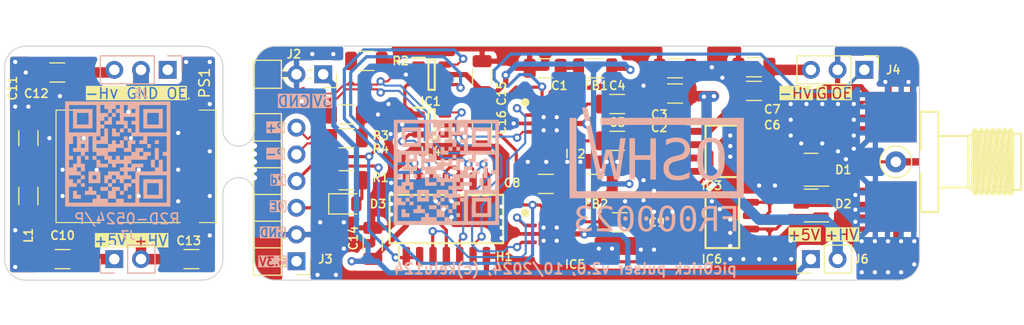
<source format=kicad_pcb>
(kicad_pcb (version 20240108) (generator "pcbnew") (generator_version "8.0")
  (layers (0 "F.Cu" signal) (31 "B.Cu" signal) (34 "B.Paste" user) (35 "F.Paste" user) (36 "B.SilkS" user "B.Silkscreen") (37 "F.SilkS" user "F.Silkscreen") (38 "B.Mask" user) (39 "F.Mask" user) (44 "Edge.Cuts" user))
  (net 0 "")
  (net 1 "GND")
  (net 2 "Net-(IC2-VDD1)")
  (net 3 "+5V")
  (net 4 "Net-(IC2-OUTA)")
  (net 5 "Net-(IC3-GP)")
  (net 6 "Net-(IC2-OUTB)")
  (net 7 "Net-(IC3-GN)")
  (net 8 "Net-(IC5-VDD1)")
  (net 9 "Net-(IC5-OUTA)")
  (net 10 "Net-(IC6-GP)")
  (net 11 "Net-(IC3-DP_1)")
  (net 12 "Net-(D1-A)")
  (net 13 "Net-(D1-K-Pad3)")
  (net 14 "Net-(IC6-DP_1)")
  (net 15 "Net-(D2-A)")
  (net 16 "Net-(D3-Pad2)")
  (net 17 "Pdamp")
  (net 18 "DAMP")
  (net 19 "Net-(H1-2A)")
  (net 20 "P+")
  (net 21 "PULSE+")
  (net 22 "_PULSE-")
  (net 23 "P-")
  (net 24 "Net-(H1-3B)")
  (net 25 "Net-(H1-4A)")
  (net 26 "PULSE-")
  (net 27 "OE")
  (net 28 "~{DAMP}")
  (net 29 "Net-(IC5-OUTB)")
  (net 30 "+3.3V")
  (net 31 "-HV")
  (net 32 "+HV")
  (net 33 "Net-(PS1-+VIN)")
  (footprint "Capacitor_SMD:C_1206_3216Metric" (layer "F.Cu") (at 157.649999 81.8 -90)
    (property "Reference" "C16")
    (property "Value" "100nF")
  )
  (footprint "PMOD_PULSER:SOIC127P780X190-14N" (layer "F.Cu") (at 154.249999 90.188 90)
    (property "Reference" "H1")
    (property "Value" "TC74VHC08F_EL,K,F_" (hide yes))
  )
  (footprint "Connector_PinHeader_2.54mm:PinHeader_1x06_P2.54mm_Horizontal" (layer "F.Cu") (at 139.999999 94.2 180)
    (property "Reference" "J3")
    (property "Value" "61300611021")
  )
  (footprint "TestPoint:TestPoint_Loop_D1.80mm_Drill1.0mm_Beaded" (layer "F.Cu") (at 196.999999 84.75)
    (property "Reference" "REF**" (hide yes))
    (property "Value" "TestPoint_Loop_D1.80mm_Drill1.0mm_Beaded" (hide yes))
  )
  (footprint "PMOD_PULSER:MD1213" (layer "F.Cu") (at 164.149999 81.1)
    (property "Reference" "IC2")
    (property "Value" "MD1213K6-G" (hide yes))
  )
  (footprint "Capacitor_SMD:C_1206_3216Metric" (layer "F.Cu") (at 170.499999 79.25)
    (property "Reference" "C4")
    (property "Value" "10nF")
  )
  (footprint "Capacitor_SMD:C_1206_3216Metric" (layer "F.Cu") (at 175.999999 75.85)
    (property "Reference" "C3")
    (property "Value" "100nF")
  )
  (footprint "Inductor_SMD:L_1206_3216Metric" (layer "F.Cu") (at 168.399999 75.85 180)
    (property "Reference" "FB1")
    (property "Value" "120Ohm 3 A")
  )
  (footprint "Inductor_SMD:L_1206_3216Metric" (layer "F.Cu") (at 114.500002 88.000001 90)
    (property "Reference" "L1")
    (property "Value" "6.8uH")
  )
  (footprint "Capacitor_SMD:C_1206_3216Metric" (layer "F.Cu") (at 117.250002 76.250001)
    (property "Reference" "C12")
    (property "Value" "1uF")
  )
  (footprint "Capacitor_SMD:C_1206_3216Metric" (layer "F.Cu") (at 157.649999 76.65 90)
    (property "Reference" "C15")
    (property "Value" "100nF")
  )
  (footprint "SamacSys_Parts:R2D0524P" (layer "F.Cu") (at 124.750002 85.175001 180)
    (property "Reference" "PS1")
    (property "Value" "R2D-0524_P" (hide yes))
  )
  (footprint "Panelization:mouse-bite-3mm-slot" (layer "F.Cu") (at 134.5 84.75 90)
    (property "Reference" "mouse-bite-3mm-slot" (hide yes))
    (property "Value" "VAL**" (hide yes))
  )
  (footprint "Connector_PinHeader_2.54mm:PinHeader_2x01_P2.54mm_Horizontal" (layer "F.Cu") (at 142.539999 76.42 180)
    (property "Reference" "J2")
    (property "Value" "Conn_01x02")
  )
  (footprint "Connector_PinHeader_2.54mm:PinHeader_1x02_P2.54mm_Vertical" (layer "F.Cu") (at 188.919999 94 90)
    (property "Reference" "J6")
    (property "Value" "Conn_01x02_Pin")
  )
  (footprint "Capacitor_SMD:C_1206_3216Metric" (layer "F.Cu") (at 130.000002 94.000001 180)
    (property "Reference" "C13")
    (property "Value" "1uF")
  )
  (footprint "Package_TO_SOT_SMD:SOT-23" (layer "F.Cu") (at 188.937499 85.5 180)
    (property "Reference" "D1")
    (property "Value" "BAV99")
  )
  (footprint "Capacitor_SMD:C_1206_3216Metric" (layer "F.Cu") (at 170.749999 90.5)
    (property "Reference" "C9")
    (property "Value" "10nF")
  )
  (footprint "Diode_SMD:D_0805_2012Metric" (layer "F.Cu") (at 144.749999 88.75)
    (property "Reference" "D3")
    (property "Value" "Green LED")
  )
  (footprint "Capacitor_SMD:C_1206_3216Metric" (layer "F.Cu") (at 163.699999 86.85)
    (property "Reference" "C8")
    (property "Value" "100nF")
  )
  (footprint "Capacitor_SMD:C_1206_3216Metric" (layer "F.Cu") (at 147.249999 92.5 90)
    (property "Reference" "C14")
    (property "Value" "100nF")
  )
  (footprint "Capacitor_SMD:C_1206_3216Metric" (layer "F.Cu") (at 117.750002 94.000001)
    (property "Reference" "C10")
    (property "Value" "4.7uF")
  )
  (footprint "PMOD_PULSER:SN74LVC2G04DBV" (layer "F.Cu") (at 152.849999 76.45)
    (property "Reference" "IC1")
    (property "Value" "SN74LVC2G04DBVT" (hide yes))
  )
  (footprint "Capacitor_SMD:C_1206_3216Metric" (layer "F.Cu") (at 183.499999 78)
    (property "Reference" "C6")
    (property "Value" "1uF")
  )
  (footprint "Connector_PinHeader_2.54mm:PinHeader_1x03_P2.54mm_Vertical" (layer "F.Cu") (at 193.999999 76 -90)
    (property "Reference" "J4")
    (property "Value" "Conn_01x03_Pin")
  )
  (footprint "Resistor_SMD:R_1206_3216Metric" (layer "F.Cu") (at 144.749999 86.5)
    (property "Reference" "R1")
    (property "Value" "1K")
  )
  (footprint "PMOD_PULSER:AMPHENOL_132357-11" (layer "F.Cu") (at 198.100999 84.75 180)
    (property "Reference" "J1")
    (property "Value" "AMPHENOL_132357-11" (hide yes))
  )
  (footprint "Capacitor_SMD:C_1206_3216Metric" (layer "F.Cu") (at 170.499999 82.75)
    (property "Reference" "C5")
    (property "Value" "10nF")
  )
  (footprint "PMOD_PULSER:SOIC127P600X175-8N" (layer "F.Cu") (at 180.499999 83.75)
    (property "Reference" "IC3")
    (property "Value" "TC6320TG-G" (hide yes))
  )
  (footprint "Package_TO_SOT_SMD:SOT-23" (layer "F.Cu") (at 188.937499 88.9 180)
    (property "Reference" "D2")
    (property "Value" "BAV99")
  )
  (footprint "Inductor_SMD:L_1206_3216Metric" (layer "F.Cu") (at 168.449999 86.85 180)
    (property "Reference" "FB2")
    (property "Value" "120Ohm 3 A")
  )
  (footprint "Capacitor_SMD:C_1206_3216Metric" (layer "F.Cu") (at 183.499999 75.75)
    (property "Reference" "C7")
    (property "Value" "100nF")
  )
  (footprint "Capacitor_SMD:C_1206_3216Metric" (layer "F.Cu") (at 175.999999 78.25)
    (property "Reference" "C2")
    (property "Value" "1uF")
  )
  (footprint "Capacitor_SMD:C_1206_3216Metric" (layer "F.Cu") (at 163.649999 75.85)
    (property "Reference" "C1")
    (property "Value" "100nF")
  )
  (footprint "Resistor_SMD:R_1206_3216Metric" (layer "F.Cu") (at 144.749999 82.5)
    (property "Reference" "R4")
    (property "Value" "10K")
  )
  (footprint "Capacitor_SMD:C_1206_3216Metric" (layer "F.Cu") (at 114.500002 82.500001 -90)
    (property "Reference" "C11")
    (property "Value" "4.7uF")
  )
  (footprint "PMOD_PULSER:MD1213" (layer "F.Cu") (at 164.149999 91.6)
    (property "Reference" "IC5")
    (property "Value" "MD1213K6-G" (hide yes))
  )
  (footprint "PMOD_PULSER:SOIC127P600X175-8N" (layer "F.Cu") (at 180.499999 90.5)
    (property "Reference" "IC6")
    (property "Value" "TC6320TG-G" (hide yes))
  )
  (footprint "PMOD_PULSER:SN74LVC2G04DBV" (layer "F.Cu") (at 152.849999 81.2)
    (property "Reference" "IC4")
    (property "Value" "SN74LVC2G04DBVT" (hide yes))
  )
  (footprint "Resistor_SMD:R_1206_3216Metric" (layer "F.Cu") (at 146.649999 75.15)
    (property "Reference" "R2")
    (property "Value" "10K")
  )
  (footprint "Resistor_SMD:R_1206_3216Metric" (layer "F.Cu") (at 144.749999 80.25)
    (property "Reference" "R3")
    (property "Value" "10K")
  )
  (footprint "Connector_PinSocket_2.54mm:PinSocket_1x03_P2.54mm_Vertical" (layer "B.Cu") (at 127.750002 76.000001 90)
    (property "Reference" "J5")
    (property "Value" "Conn_01x03_Socket" (hide yes))
  )
  (footprint "ICTAMKY_V8:OSHW_mask_1" (layer "B.Cu") (at 174.249999 85.5 180)
    (property "Reference" "G***" (hide yes))
    (property "Value" "LOGO" (hide yes))
  )
  (footprint "Connector_PinSocket_2.54mm:PinSocket_1x02_P2.54mm_Vertical" (layer "B.Cu") (at 122.670002 94.000001 -90)
    (property "Reference" "J7")
    (property "Value" "Conn_01x02_Socket")
  )
  (footprint "ICTAMKY_V8:qr_pic0rick" (layer "B.Cu") (at 154.249999 85.75 180)
    (property "Reference" "G***" (hide yes))
    (property "Value" "LOGO" (hide yes))
  )
  (footprint "ICTAMKY_V8:qr_pic0rick" (layer "B.Cu") (at 123.000002 84.000001 180)
    (property "Reference" "G***" (hide yes))
    (property "Value" "LOGO" (hide yes))
  )
  (gr_line (start 197.249999 96) (end 137.999999 96) (stroke (width 0.1)) (layer "Edge.Cuts"))
  (gr_line (start 136 81.75) (end 135.999999 75.75) (stroke (width 0.1)) (layer "Edge.Cuts"))
  (gr_arc (start 136 81.75) (mid 134.5 83.25) (end 133 81.75) (stroke (width 0.1)) (layer "Edge.Cuts"))
  (gr_arc (start 112.250005 75.749999) (mid 112.835792 74.335788) (end 114.250005 73.750001) (stroke (width 0.1)) (layer "Edge.Cuts"))
  (gr_arc (start 137.999999 96) (mid 136.588929 95.41735) (end 136 94.008881) (stroke (width 0.1)) (layer "Edge.Cuts"))
  (gr_arc (start 114.250002 96) (mid 112.835789 95.414214) (end 112.250004 94) (stroke (width 0.1)) (layer "Edge.Cuts"))
  (gr_line (start 133 87.75) (end 133.000002 94.000002) (stroke (width 0.1)) (layer "Edge.Cuts"))
  (gr_arc (start 197.249999 73.75) (mid 198.664213 74.335786) (end 199.249997 75.75) (stroke (width 0.1)) (layer "Edge.Cuts"))
  (gr_line (start 199.249997 75.75) (end 199.249999 94.000002) (stroke (width 0.1)) (layer "Edge.Cuts"))
  (gr_line (start 112.250005 75.749999) (end 112.250004 94) (stroke (width 0.1)) (layer "Edge.Cuts"))
  (gr_line (start 137.999999 73.75) (end 197.249999 73.75) (stroke (width 0.1)) (layer "Edge.Cuts"))
  (gr_arc (start 133 87.75) (mid 134.5 86.25) (end 136 87.75) (stroke (width 0.1)) (layer "Edge.Cuts"))
  (gr_arc (start 131.000002 73.75) (mid 132.414216 74.335786) (end 133 75.75) (stroke (width 0.1)) (layer "Edge.Cuts"))
  (gr_line (start 114.250005 73.750001) (end 131.000002 73.75) (stroke (width 0.1)) (layer "Edge.Cuts"))
  (gr_line (start 131.000002 96) (end 114.250002 96) (stroke (width 0.1)) (layer "Edge.Cuts"))
  (gr_line (start 136 87.75) (end 136 94.008881) (stroke (width 0.1)) (layer "Edge.Cuts"))
  (gr_arc (start 199.249999 94.000002) (mid 198.664212 95.414214) (end 197.249999 96) (stroke (width 0.1)) (layer "Edge.Cuts"))
  (gr_arc (start 135.999999 75.75) (mid 136.585785 74.335786) (end 137.999999 73.75) (stroke (width 0.1)) (layer "Edge.Cuts"))
  (gr_line (start 133 81.75) (end 133 75.75) (stroke (width 0.1)) (layer "Edge.Cuts"))
  (gr_arc (start 133.000002 94.000002) (mid 132.414215 95.414215) (end 131.000002 96) (stroke (width 0.1)) (layer "Edge.Cuts"))
  (gr_text "3.3V" (at 137.749999 94.25 0) (layer "B.SilkS" knockout) (effects (font (size 0.8 0.8)) (justify mirror)))
  (gr_text "pic0rick pulser v2.0, 10/2024, (c)kelu124" (at 181.999999 95.5 0) (layer "B.SilkS") (effects (font (size 1 1) (thickness 0.2)) (justify left bottom mirror)))
  (gr_text "GND" (at 139.749999 79 0) (layer "B.SilkS" knockout) (effects (font (size 1 1)) (justify mirror)))
  (gr_text "P+" (at 137.999999 81.5 0) (layer "B.SilkS" knockout) (effects (font (size 0.8 0.8)) (justify mirror)))
  (gr_text "5V" (at 142.499999 79 0) (layer "B.SilkS" knockout) (effects (font (size 1 1)) (justify mirror)))
  (gr_text "Pd" (at 138.249999 86.5 0) (layer "B.SilkS" knockout) (effects (font (size 0.8 0.8)) (justify mirror)))
  (gr_text "OE" (at 138.249999 89 0) (layer "B.SilkS" knockout) (effects (font (size 0.8 0.8)) (justify mirror)))
  (gr_text "P-" (at 137.999999 84 0) (layer "B.SilkS" knockout) (effects (font (size 0.8 0.8)) (justify mirror)))
  (gr_text "GND" (at 137.749999 91.5 0) (layer "B.SilkS" knockout) (effects (font (size 0.8 0.8)) (justify mirror)))
  (gr_text "R2D-0524/P" (at 129.000002 90.750001 0) (layer "B.SilkS") (effects (font (size 1 1)) (justify left bottom mirror)))
  (gr_text "G" (at 189.949999 78.25 0) (layer "F.SilkS" knockout) (effects (font (size 1 1))))
  (gr_text "-HV" (at 187.449999 78.25 0) (layer "F.SilkS" knockout) (effects (font (size 1 1))))
  (gr_text "+5V +HV" (at 124.250002 92.250001 0) (layer "F.SilkS" knockout) (effects (font (size 1 1))))
  (gr_text "-HV GND OE" (at 124.750002 78.250001 0) (layer "F.SilkS" knockout) (effects (font (size 1 1))))
  (gr_text "+5V" (at 188.249999 91.7 0) (layer "F.SilkS" knockout) (effects (font (size 1 1))))
  (gr_text "OE" (at 191.849999 78.25 0) (layer "F.SilkS" knockout) (effects (font (size 1 1))))
  (gr_text "+HV" (at 191.849999 91.7 0) (layer "F.SilkS" knockout) (effects (font (size 1 1))))
  (segment (start 125.210002 76.000001) (end 125.210002 77.960001) (width 1.5) (layer "F.Cu") (net 1))
  (segment (start 164.124999 91.625) (end 164.149999 91.6) (width 0.5) (layer "F.Cu") (net 1))
  (segment (start 163.349999 92.4) (end 164.124999 91.625) (width 0.5) (layer "F.Cu") (net 1))
  (segment (start 162.299999 81.1) (end 160.649999 81.1) (width 0.35) (layer "F.Cu") (net 1))
  (segment (start 163.349999 82.95) (end 163.349999 81.9) (width 0.35) (layer "F.Cu") (net 1))
  (segment (start 197.499999 77) (end 197.499999 79.3) (width 0.5) (layer "F.Cu") (net 1))
  (segment (start 162.299999 91.6) (end 160.624999 91.6) (width 0.35) (layer "F.Cu") (net 1))
  (segment (start 157.699999 74) (end 156.299999 74) (width 0.5) (layer "F.Cu") (net 1))
  (segment (start 160.624999 91.6) (end 160.574999 91.65) (width 0.3) (layer "F.Cu") (net 1))
  (segment (start 163.549999 91.6) (end 162.499999 91.6) (width 0.35) (layer "F.Cu") (net 1))
  (segment (start 114.500002 81.025001) (end 114.500002 79.500001) (width 0.5) (layer "F.Cu") (net 1))
  (segment (start 151.599999 76.45) (end 150.399999 76.45) (width 0.5) (layer "F.Cu") (net 1))
  (segment (start 172.999999 77.25) (end 173.124999 77.25) (width 0.3) (layer "F.Cu") (net 1))
  (segment (start 146.212499 80.25) (end 146.212499 82.5) (width 0.5) (layer "F.Cu") (net 1))
  (segment (start 163.349999 93.45) (end 163.349999 95) (width 0.35) (layer "F.Cu") (net 1))
  (segment (start 157.724999 83.275) (end 159.399999 84.95) (width 0.5) (layer "F.Cu") (net 1))
  (segment (start 163.349999 82.95) (end 163.349999 84.5) (width 0.35) (layer "F.Cu") (net 1))
  (segment (start 154.799999 74) (end 154.699999 74.1) (width 0.5) (layer "F.Cu") (net 1))
  (segment (start 122.210002 80.075001) (end 123.925002 80.075001) (width 0.5) (layer "F.Cu") (net 1))
  (segment (start 151.599999 81.2) (end 150.049999 81.2) (width 0.5) (layer "F.Cu") (net 1))
  (segment (start 164.949999 93.45) (end 164.949999 92.4) (width 0.35) (layer "F.Cu") (net 1))
  (segment (start 192.849999 81.6) (end 195.149999 81.6) (width 0.5) (layer "F.Cu") (net 1))
  (segment (start 125.210002 77.960001) (end 125.250002 78.000001) (width 0.5) (layer "F.Cu") (net 1))
  (segment (start 198.599999 77.05) (end 198.599999 79.35) (width 0.5) (layer "F.Cu") (net 1))
  (segment (start 180.249999 75.75) (end 182.024999 75.75) (width 0.5) (layer "F.Cu") (net 1))
  (segment (start 195.399999 88.8) (end 193.099999 88.8) (width 0.5) (layer "F.Cu") (net 1))
  (segment (start 164.149999 82.95) (end 164.149999 84.5) (width 0.35) (layer "F.Cu") (net 1))
  (segment (start 195.599999 87.45) (end 193.299999 87.45) (width 0.5) (layer "F.Cu") (net 1))
  (segment (start 198.699999 90.75) (end 198.699999 93.05) (width 0.5) (layer "F.Cu") (net 1))
  (segment (start 164.949999 93.45) (end 164.949999 95) (width 0.35) (layer "F.Cu") (net 1))
  (segment (start 157.649999 75.175) (end 157.649999 74.05) (width 0.5) (layer "F.Cu") (net 1))
  (segment (start 123.925002 80.075001) (end 124.000002 80.000001) (width 0.5) (layer "F.Cu") (net 1))
  (segment (start 164.949999 82.95) (end 164.949999 81.9) (width 0.35) (layer "F.Cu") (net 1))
  (segment (start 159.899999 74) (end 160.049999 74.15) (width 0.5) (layer "F.Cu") (net 1))
  (segment (start 164.149999 93.45) (end 164.149999 92.4) (width 0.35) (layer "F.Cu") (net 1))
  (segment (start 156.299999 74) (end 159.899999 74) (width 0.5) (layer "F.Cu") (net 1))
  (segment (start 163.349999 93.45) (end 163.349999 92.4) (width 0.35) (layer "F.Cu") (net 1))
  (segment (start 115.775002 76.250001) (end 114.250002 76.250001) (width 0.5) (layer "F.Cu") (net 1))
  (segment (start 164.149999 93.45) (end 164.149999 95) (width 0.35) (layer "F.Cu") (net 1))
  (segment (start 162.299999 81.1) (end 163.349999 81.1) (width 0.35) (layer "F.Cu") (net 1))
  (segment (start 195.049999 90.65) (end 195.049999 92.95) (width 0.5) (layer "F.Cu") (net 1))
  (segment (start 192.899999 79.2) (end 195.199999 79.2) (width 0.5) (layer "F.Cu") (net 1))
  (segment (start 157.649999 74.05) (end 157.699999 74) (width 0.5) (layer "F.Cu") (net 1))
  (segment (start 157.337499 83.45) (end 154.962499 83.45) (width 0.5) (layer "F.Cu") (net 1))
  (segment (start 164.149999 82.95) (end 164.149999 81.9) (width 0.35) (layer "F.Cu") (net 1))
  (segment (start 195.349999 91.15) (end 193.049999 91.15) (width 0.5) (layer "F.Cu") (net 1))
  (segment (start 192.925999 80.5) (end 195.225999 80.5) (width 0.5) (layer "F.Cu") (net 1))
  (segment (start 177.787999 91.135) (end 177.384999 91.135) (width 0.3) (layer "F.Cu") (net 1))
  (segment (start 196.999999 90.75) (end 196.999999 93.05) (width 0.5) (layer "F.Cu") (net 1))
  (segment (start 156.299999 74) (end 154.799999 74) (width 0.5) (layer "F.Cu") (net 1))
  (segment (start 195.399999 90) (end 193.099999 90) (width 0.5) (layer "F.Cu") (net 1))
  (segment (start 164.949999 82.95) (end 164.949999 84.5) (width 0.35) (layer "F.Cu") (net 1))
  (segment (start 157.649999 83.275) (end 157.724999 83.275) (width 0.5) (layer "F.Cu") (net 1))
  (segment (start 196.349999 77.05) (end 196.349999 79.35) (width 0.5) (layer "F.Cu") (net 1))
  (via (at 186.999999 80.75) (size 0.8) (drill 0.4) (layers "F.Cu" "B.Cu") (net 1))
  (via (at 198.199999 77.15) (size 0.8) (drill 0.4) (layers "F.Cu" "B.Cu") (net 1))
  (via (at 148.999999 89.75) (size 0.8) (drill 0.4) (layers "F.Cu" "B.Cu") (net 1))
  (via (at 129.500002 75.250001) (size 0.8) (drill 0.4) (layers "F.Cu" "B.Cu") (net 1))
  (via (at 128.750002 85.500001) (size 0.8) (drill 0.4) (layers "F.Cu" "B.Cu") (net 1))
  (via (at 159.499999 90) (size 0.8) (drill 0.4) (layers "F.Cu" "B.Cu") (net 1))
  (via (at 117.750002 85.500001) (size 0.8) (drill 0.4) (layers "F.Cu" "B.Cu") (net 1))
  (via (at 148.749999 79.25) (size 0.8) (drill 0.4) (layers "F.Cu" "B.Cu") (net 1))
  (via (at 159.499999 92) (size 0.8) (drill 0.4) (layers "F.Cu" "B.Cu") (net 1))
  (via (at 163.499999 91) (size 0.8) (drill 0.4) (layers "F.Cu" "B.Cu") (net 1))
  (via (at 131.750002 91.750001) (size 0.8) (drill 0.4) (layers "F.Cu" "B.Cu") (net 1))
  (via (at 173.999999 89.5) (size 0.8) (drill 0.4) (layers "F.Cu" "B.Cu") (net 1))
  (via (at 153.999999 89.25) (size 0.8) (drill 0.4) (layers "F.Cu" "B.Cu") (net 1))
  (via (at 169.499999 84.75) (size 0.8) (drill 0.4) (layers "F.Cu" "B.Cu") (net 1))
  (via (at 179.499999 75.75) (size 0.8) (drill 0.4) (layers "F.Cu" "B.Cu") (net 1))
  (via (at 116.500002 82.500001) (size 0.8) (drill 0.4) (layers "F.Cu" "B.Cu") (net 1))
  (via (at 113.250002 94.750001) (size 0.8) (drill 0.4) (layers "F.Cu" "B.Cu") (net 1))
  (via (at 172.999999 88.4) (size 0.8) (drill 0.4) (layers "F.Cu" "B.Cu") (net 1))
  (via (at 181.249999 91.5) (size 0.8) (drill 0.4) (layers "F.Cu" "B.Cu") (net 1))
  (via (at 128.750002 88.500001) (size 0.8) (drill 0.4) (layers "F.Cu" "B.Cu") (net 1))
  (via (at 168.749999 93) (size 0.8) (drill 0.4) (layers "F.Cu" "B.Cu") (net 1))
  (via (at 131.750002 75.250001) (size 0.8) (drill 0.4) (layers "F.Cu" "B.Cu") (net 1))
  (via (at 182.499999 94) (size 0.8) (drill 0.4) (layers "F.Cu" "B.Cu") (net 1))
  (via (at 172.999999 77.5) (size 0.8) (drill 0.4) (layers "F.Cu" "B.Cu") (net 1))
  (via (at 148.949999 82.1) (size 0.8) (drill 0.4) (layers "F.Cu" "B.Cu") (net 1))
  (via (at 197.499999 92.3) (size 0.8) (drill 0.4) (layers "F.Cu" "B.Cu") (net 1))
  (via (at 113.250002 79.500001) (size 0.8) (drill 0.4) (layers "F.Cu" "B.Cu") (net 1))
  (via (at 188.499999 79.25) (size 0.8) (drill 0.4) (layers "F.Cu" "B.Cu") (net 1))
  (via (at 165.749999 84.75) (size 0.8) (drill 0.4) (layers "F.Cu" "B.Cu") (net 1))
  (via (at 191.499999 83.75) (size 0.8) (drill 0.4) (layers "F.Cu" "B.Cu") (net 1))
  (via (at 181.249999 94) (size 0.8) (drill 0.4) (layers "F.Cu" "B.Cu") (net 1))
  (via (at 181.249999 90.25) (size 0.8) (drill 0.4) (layers "F.Cu" "B.Cu") (net 1))
  (via (at 186.999999 79.25) (size 0.8) (drill 0.4) (layers "F.Cu" "B.Cu") (net 1))
  (via (at 164.749999 91) (size 0.8) (drill 0.4) (layers "F.Cu" "B.Cu") (net 1))
  (via (at 153.249999 88.5) (size 0.8) (drill 0.4) (layers "F.Cu" "B.Cu") (net 1))
  (via (at 196.249999 95.25) (size 0.8) (drill 0.4) (layers "F.Cu" "B.Cu") (net 1))
  (via (at 197.499999 95.25) (size 0.8) (drill 0.4) (layers "F.Cu" "B.Cu") (net 1))
  (via (at 131.750002 83.750001) (size 0.8) (drill 0.4) (layers "F.Cu" "B.Cu") (net 1))
  (via (at 164.749999 92.25) (size 0.8) (drill 0.4) (layers "F.Cu" "B.Cu") (net 1))
  (via (at 198.749999 92.3) (size 0.8) (drill 0.4) (layers "F.Cu" "B.Cu") (net 1))
  (via (at 195.999999 77.15) (size 0.8) (drill 0.4) (layers "F.Cu" "B.Cu") (net 1))
  (via (at 113.250002 91.250001) (size 0.8) (drill 0.4) (layers "F.Cu" "B.Cu") (net 1))
  (via (at 113.250002 75.250001) (size 0.8) (drill 0.4) (layers "F.Cu" "B.Cu") (net 1))
  (via (at 196.249999 92.3) (size 0.8) (drill 0.4) (layers "F.Cu" "B.Cu") (net 1))
  (via (at 186.999999 82.25) (size 0.8) (drill 0.4) (layers "F.Cu" "B.Cu") (net 1))
  (via (at 181.249999 82.25) (size 0.8) (drill 0.4) (layers "F.Cu" "B.Cu") (net 1))
  (via (at 150.399999 76.45) (size 0.8) (drill 0.4) (layers "F.Cu" "B.Cu") (net 1))
  (via (at 171.249999 88.5) (size 0.8) (drill 0.4) (layers "F.Cu" "B.Cu") (net 1))
  (via (at 193.149999 89.3) (size 0.8) (drill 0.4) (layers "F.Cu" "B.Cu") (net 1))
  (via (at 192.999999 83.5) (size 0.8) (drill 0.4) (layers "F.Cu" "B.Cu") (net 1))
  (via (at 159.499999 89) (size 0.8) (drill 0.4) (layers "F.Cu" "B.Cu") (net 1))
  (via (at 186.999999 92.25) (size 0.8) (drill 0.4) (layers "F.Cu" "B.Cu") (net 1))
  (via (at 181.249999 92.75) (size 0.8) (drill 0.4) (layers "F.Cu" "B.Cu") (net 1))
  (via (at 147.749999 80.25) (size 0.8) (drill 0.4) (layers "F.Cu" "B.Cu") (net 1))
  (via (at 124.250002 82.500001) (size 0.8) (drill 0.4) (layers "F.Cu" "B.Cu") (net 1))
  (via (at 144.499999 93) (size 0.8) (drill 0.4) (layers "F.Cu" "B.Cu") (net 1))
  (via (at 193.149999 90.45) (size 0.8) (drill 0.4) (layers "F.Cu" "B.Cu") (net 1))
  (via (at 154.749999 90) (size 0.8) (drill 0.4) (layers "F.Cu" "B.Cu") (net 1))
  (via (at 189.999999 83) (size 0.8) (drill 0.4) (layers "F.Cu" "B.Cu") (net 1))
  (via (at 194.999999 92.3) (size 0.8) (drill 0.4) (layers "F.Cu" "B.Cu") (net 1))
  (via (at 124.000002 80.000001) (size 0.8) (drill 0.4) (layers "F.Cu" "B.Cu") (net 1))
  (via (at 193.149999 87.9) (size 0.8) (drill 0.4) (layers "F.Cu" "B.Cu") (net 1))
  (via (at 183.999999 87) (size 0.8) (drill 0.4) (layers "F.Cu" "B.Cu") (net 1))
  (via (at 180.249999 89.25) (size 0.8) (drill 0.4) (layers "F.Cu" "B.Cu") (net 1))
  (via (at 187.999999 83) (size 0.8) (drill 0.4) (layers "F.Cu" "B.Cu") (net 1))
  (via (at 148.999999 87.75) (size 0.8) (drill 0.4) (layers "F.Cu" "B.Cu") (net 1))
  (via (at 144.499999 90.5) (size 0.8) (drill 0.4) (layers "F.Cu" "B.Cu") (net 1))
  (via (at 187.049999 94) (size 0.8) (drill 0.4) (layers "F.Cu" "B.Cu") (net 1))
  (via (at 140.499999 79) (size 0.8) (drill 0.4) (layers "F.Cu" "B.Cu") (net 1))
  (via (at 117.750002 88.000001) (size 0.8) (drill 0.4) (layers "F.Cu" "B.Cu") (net 1))
  (via (at 181.249999 83.25) (size 0.8) (drill 0.4) (layers "F.Cu" "B.Cu") (net 1))
  (via (at 180.499999 76.75) (size 0.8) (drill 0.4) (layers "F.Cu" "B.Cu") (net 1))
  (via (at 169.999999 93) (size 0.8) (drill 0.4) (layers "F.Cu" "B.Cu") (net 1))
  (via (at 141.999999 95.5) (size 0.8) (drill 0.4) (layers "F.Cu" "B.Cu") (net 1))
  (via (at 154.749999 88.5) (size 0.8) (drill 0.4) (layers "F.Cu" "B.Cu") (net 1))
  (via (at 114.500002 79.500001) (size 0.8) (drill 0.4) (layers "F.Cu" "B.Cu") (net 1))
  (via (at 148.999999 86.75) (size 0.8) (drill 0.4) (layers "F.Cu" "B.Cu") (net 1))
  (via (at 172.749999 93.1) (size 0.8) (drill 0.4) (layers "F.Cu" "B.Cu") (net 1))
  (via (at 173.999999 87.5) (size 0.8) (drill 0.4) (layers "F.Cu" "B.Cu") (net 1))
  (via (at 163.499999 80.5) (size 0.8) (drill 0.4) (layers "F.Cu" "B.Cu") (net 1))
  (via (at 193.749999 92.3) (size 0.8) (drill 0.4) (layers "F.Cu" "B.Cu") (net 1))
  (via (at 163.749999 84.75) (size 0.8) (drill 0.4) (layers "F.Cu" "B.Cu") (net 1))
  (via (at 192.999999 79.25) (size 0.8) (drill 0.4) (layers "F.Cu" "B.Cu") (net 1))
  (via (at 192.999999 82.25) (size 0.8) (drill 0.4) (layers "F.Cu" "B.Cu") (net 1))
  (via (at 131.750002 88.000001) (size 0.8) (drill 0.4) (layers "F.Cu" "B.Cu") (net 1))
  (via (at 181.249999 84.25) (size 0.8) (drill 0.4) (layers "F.Cu" "B.Cu") (net 1))
  (via (at 143.499999 74.5) (size 0.8) (drill 0.4) (layers "F.Cu" "B.Cu") (net 1))
  (via (at 143.749999 95.5) (size 0.8) (drill 0.4) (layers "F.Cu" "B.Cu") (net 1))
  (via (at 164.749999 81.75) (size 0.8) (drill 0.4) (layers "F.Cu" "B.Cu") (net 1))
  (via (at 160.649999 81.1) (size 0.8) (drill 0.4) (layers "F.Cu" "B.Cu") (net 1))
  (via (at 193.749999 95.25) (size 0.8) (drill 0.4) (layers "F.Cu" "B.Cu") (net 1))
  (via (at 172.999999 86.5) (size 0.8) (drill 0.4) (layers "F.Cu" "B.Cu") (net 1))
  (via (at 173.999999 93.1) (size 0.8) (drill 0.4) (layers "F.Cu" "B.Cu") (net 1))
  (via (at 131.750002 79.250001) (size 0.8) (drill 0.4) (layers "F.Cu" "B.Cu") (net 1))
  (via (at 170.499999 84.75) (size 0.8) (drill 0.4) (layers "F.Cu" "B.Cu") (net 1))
  (via (at 192.999999 80.75) (size 0.8) (drill 0.4) (layers "F.Cu" "B.Cu") (net 1))
  (via (at 159.499999 91) (size 0.8) (drill 0.4) (layers "F.Cu" "B.Cu") (net 1))
  (via (at 185.499999 94) (size 0.8) (drill 0.4) (layers "F.Cu" "B.Cu") (net 1))
  (via (at 164.749999 80.5) (size 0.8) (drill 0.4) (layers "F.Cu" "B.Cu") (net 1))
  (via (at 192.249999 84.5) (size 0.8) (drill 0.4) (layers "F.Cu" "B.Cu") (net 1))
  (via (at 163.499999 92.25) (size 0.8) (drill 0.4) (layers "F.Cu" "B.Cu") (net 1))
  (via (at 163.499999 81.75) (size 0.8) (drill 0.4) (layers "F.Cu" "B.Cu") (net 1))
  (via (at 121.000002 85.500001) (size 0.8) (drill 0.4) (layers "F.Cu" "B.Cu") (net 1))
  (via (at 175.749999 89.5) (size 0.8) (drill 0.4) (layers "F.Cu" "B.Cu") (net 1))
  (via (at 183.999999 94) (size 0.8) (drill 0.4) (layers "F.Cu" "B.Cu") (net 1))
  (via (at 148.999999 88.75) (size 0.8) (drill 0.4) (layers "F.Cu" "B.Cu") (net 1))
  (via (at 166.999999 84.75) (size 0.8) (drill 0.4) (layers "F.Cu" "B.Cu") (net 1))
  (via (at 114.250002 76.250001) (size 0.8) (drill 0.4) (layers "F.Cu" "B.Cu") (net 1))
  (via (at 161.999999 84.75) (size 0.8) (drill 0.4) (layers "F.Cu" "B.Cu") (net 1))
  (via (at 191.499999 79.25) (size 0.8) (drill 0.4) (layers "F.Cu" "B.Cu") (net 1))
  (via (at 185.499999 87) (size 0.8) (drill 0.4) (layers "F.Cu" "B.Cu") (net 1))
  (via (at 179.499999 88.5) (size 0.8) (drill 0.4) (layers "F.Cu" "B.Cu") (net 1))
  (via (at 189.999999 79.25) (size 0.8) (drill 0.4) (layers "F.Cu" "B.Cu") (net 1))
  (via (at 117.500002 78.500001) (size 0.8) (drill 0.4) (layers "F.Cu" "B.Cu") (net 1))
  (via (at 119.750002 82.500001) (size 0.8) (drill 0.4) (layers "F.Cu" "B.Cu") (net 1))
  (via (at 125.000002 85.500001) (size 0.8) (drill 0.4) (layers "F.Cu" "B.Cu") (net 1))
  (via (at 141.499999 74.5) (size 0.8) (drill 0.4) (layers "F.Cu" "B.Cu") (net 1))
  (via (at 142.249999 90.5) (size 0.8) (drill 0.4) (layers "F.Cu" "B.Cu") (net 1))
  (via (at 198.749999 94.5) (size 0.8) (drill 0.4) (layers "F.Cu" "B.Cu") (net 1))
  (via (at 150.049999 81.2) (size 0.8) (drill 0.4) (layers "F.Cu" "B.Cu") (net 1))
  (via (at 125.000002 88.000001) (size 0.8) (drill 0.4) (layers "F.Cu" "B.Cu") (net 1))
  (via (at 194.999999 95.25) (size 0.8) (drill 0.4) (layers "F.Cu" "B.Cu") (net 1))
  (via (at 128.750002 82.000001) (size 0.8) (drill 0.4) (layers "F.Cu" "B.Cu") (net 1))
  (segment (start 197.499999 80.088) (end 197.499999 77.012) (width 0.5) (layer "B.Cu") (net 1))
  (segment (start 198.699999 93.238) (end 198.699999 90.162) (width 0.5) (layer "B.Cu") (net 1))
  (segment (start 197.499999 93.038) (end 197.499999 89.962) (width 0.5) (layer "B.Cu") (net 1))
  (segment (start 196.037999 78.35) (end 192.961999 78.35) (width 0.5) (layer "B.Cu") (net 1))
  (segment (start 193.011999 87.7) (end 196.087999 87.7) (width 0.5) (layer "B.Cu") (net 1))
  (segment (start 193.011999 90.35) (end 196.087999 90.35) (width 0.5) (layer "B.Cu") (net 1))
  (segment (start 193.149999 89.3) (end 196.225999 89.3) (width 0.5) (layer "B.Cu") (net 1))
  (segment (start 196.225999 89.3) (end 196.525999 89) (width 0.5) (layer "B.Cu") (net 1))
  (segment (start 196.199999 92.938) (end 196.199999 89.862) (width 0.5) (layer "B.Cu") (net 1))
  (segment (start 195.049999 84.588) (end 195.049999 81.512) (width 0.5) (layer "B.Cu") (net 1))
  (segment (start 195.937999 79.5) (end 192.861999 79.5) (width 0.5) (layer "B.Cu") (net 1))
  (segment (start 125.210002 76.000001) (end 125.210002 77.940001) (width 1.5) (layer "B.Cu") (net 1))
  (segment (start 125.210002 77.940001) (end 125.200002 77.950001) (width 0.5) (layer "B.Cu") (net 1))
  (segment (start 195.049999 88.038) (end 195.049999 84.962) (width 0.5) (layer "B.Cu") (net 1))
  (segment (start 196.199999 79.988) (end 196.199999 76.912) (width 0.5) (layer "B.Cu") (net 1))
  (segment (start 195.049999 92.938) (end 195.049999 89.862) (width 0.5) (layer "B.Cu") (net 1))
  (segment (start 195.837999 82) (end 192.761999 82) (width 0.5) (layer "B.Cu") (net 1))
  (segment (start 193.011999 80.75) (end 196.087999 80.75) (width 0.5) (layer "B.Cu") (net 1))
  (segment (start 198.699999 80.288) (end 198.699999 77.212) (width 0.5) (layer "B.Cu") (net 1))
  (segment (start 165.124999 75.85) (end 166.824999 75.85) (width 0.3) (layer "F.Cu") (net 2))
  (segment (start 164.149999 78.15) (end 165.124999 77.175) (width 0.35) (layer "F.Cu") (net 2))
  (segment (start 165.124999 77.175) (end 165.124999 75.85) (width 0.35) (layer "F.Cu") (net 2))
  (segment (start 164.149999 79.25) (end 164.149999 78.15) (width 0.35) (layer "F.Cu") (net 2))
  (segment (start 170.024999 86.85) (end 171.649999 86.85) (width 0.5) (layer "F.Cu") (net 3))
  (segment (start 165.999999 81.1) (end 167.649999 81.1) (width 0.5) (layer "F.Cu") (net 3))
  (segment (start 150.439999 90.81) (end 150.439999 86.65) (width 0.5) (layer "F.Cu") (net 3))
  (segment (start 170.024999 87.225) (end 168.399999 88.85) (width 0.5) (layer "F.Cu") (net 3))
  (segment (start 147.249999 93.975) (end 147.274999 93.975) (width 0.5) (layer "F.Cu") (net 3))
  (segment (start 119.225002 91.475001) (end 117.325002 89.575001) (width 1) (layer "F.Cu") (net 3))
  (segment (start 117.325002 89.575001) (end 114.500002 89.575001) (width 1) (layer "F.Cu") (net 3))
  (segment (start 158.974999 78.125) (end 157.649999 78.125) (width 0.5) (layer "F.Cu") (net 3))
  (segment (start 169.974999 76.525) (end 168.849999 77.65) (width 0.5) (layer "F.Cu") (net 3))
  (segment (start 165.574999 88.85) (end 165.074999 89.35) (width 0.5) (layer "F.Cu") (net 3))
  (segment (start 147.274999 93.975) (end 150.439999 90.81) (width 0.5) (layer "F.Cu") (net 3))
  (segment (start 156.099999 76.45) (end 154.099999 76.45) (width 0.5) (layer "F.Cu") (net 3))
  (segment (start 170.024999 86.85) (end 170.024999 87.225) (width 0.5) (layer "F.Cu") (net 3))
  (segment (start 159.899999 76.5) (end 159.899999 77.2) (width 0.5) (layer "F.Cu") (net 3))
  (segment (start 169.974999 75.85) (end 169.974999 76.525) (width 0.5) (layer "F.Cu") (net 3))
  (segment (start 145.249999 94.2) (end 147.024999 94.2) (width 0.5) (layer "F.Cu") (net 3))
  (segment (start 154.099999 81.2) (end 156.774999 81.2) (width 0.5) (layer "F.Cu") (net 3))
  (segment (start 156.774999 81.2) (end 157.649999 80.325) (width 0.5) (layer "F.Cu") (net 3))
  (segment (start 171.749999 76) (end 171.599999 75.85) (width 0.5) (layer "F.Cu") (net 3))
  (segment (start 167.324999 91.6) (end 167.374999 91.65) (width 0.5) (layer "F.Cu") (net 3))
  (segment (start 159.899999 77.2) (end 158.974999 78.125) (width 0.5) (layer "F.Cu") (net 3))
  (segment (start 165.074999 89.35) (end 165.074999 89.75) (width 0.5) (layer "F.Cu") (net 3))
  (segment (start 119.225002 94.000001) (end 122.670002 94.000001) (width 1) (layer "F.Cu") (net 3))
  (segment (start 166.249999 77.65) (end 164.949999 78.95) (width 0.5) (layer "F.Cu") (net 3))
  (segment (start 157.649999 78.125) (end 157.649999 78) (width 0.5) (layer "F.Cu") (net 3))
  (segment (start 168.399999 88.85) (end 165.574999 88.85) (width 0.5) (layer "F.Cu") (net 3))
  (segment (start 168.849999 77.65) (end 166.249999 77.65) (width 0.5) (layer "F.Cu") (net 3))
  (segment (start 157.649999 78.125) (end 157.649999 80.325) (width 0.5) (layer "F.Cu") (net 3))
  (segment (start 157.649999 78) (end 156.099999 76.45) (width 0.5) (layer "F.Cu") (net 3))
  (segment (start 165.999999 91.6) (end 167.324999 91.6) (width 0.5) (layer "F.Cu") (net 3))
  (segment (start 171.599999 75.85) (end 169.974999 75.85) (width 0.5) (layer "F.Cu") (net 3))
  (segment (start 147.024999 94.2) (end 147.249999 93.975) (width 0.5) (layer "F.Cu") (net 3))
  (segment (start 164.949999 78.95) (end 164.949999 79.225) (width 0.5) (layer "F.Cu") (net 3))
  (segment (start 119.225002 94.000001) (end 119.225002 91.475001) (width 1) (layer "F.Cu") (net 3))
  (via (at 145.249999 94.2) (size 0.8) (drill 0.4) (layers "F.Cu" "B.Cu") (net 3))
  (via (at 159.899999 76.5) (size 0.8) (drill 0.4) (layers "F.Cu" "B.Cu") (net 3))
  (via (at 167.649999 81.1) (size 1) (drill 0.5) (layers "F.Cu" "B.Cu") (net 3))
  (via (at 171.649999 86.85) (size 0.8) (drill 0.4) (layers "F.Cu" "B.Cu") (net 3))
  (via (at 171.749999 76) (size 0.8) (drill 0.4) (layers "F.Cu" "B.Cu") (net 3))
  (via (at 167.374999 91.65) (size 0.8) (drill 0.4) (layers "F.Cu" "B.Cu") (net 3))
  (segment (start 187.619999 95.3) (end 188.999999 93.92) (width 0.5) (layer "B.Cu") (net 3))
  (segment (start 171.649999 86.85) (end 168.999999 86.85) (width 0.5) (layer "B.Cu") (net 3))
  (segment (start 171.499999 94.75) (end 171.499999 94.8) (width 0.5) (layer "B.Cu") (net 3))
  (segment (start 169.049999 91.65) (end 170.849999 91.65) (width 0.5) (layer "B.Cu") (net 3))
  (segment (start 168.249999 76.2) (end 168.999999 75.45) (width 0.5) (layer "B.Cu") (net 3))
  (segment (start 146.799999 93.6) (end 146.799999 93.65) (width 0.5) (layer "B.Cu") (net 3))
  (segment (start 168.999999 86.85) (end 168.249999 86.1) (width 0.5) (layer "B.Cu") (net 3))
  (segment (start 146.799999 93.6) (end 146.199999 94.2) (width 0.5) (layer "B.Cu") (net 3))
  (segment (start 168.249999 75.45) (end 168.249999 76.25) (width 0.5) (layer "B.Cu") (net 3))
  (segment (start 170.799999 95.3) (end 170.999999 95.3) (width 0.5) (layer "B.Cu") (net 3))
  (segment (start 168.249999 76.25) (end 168.249999 76.2) (width 0.5) (layer "B.Cu") (net 3))
  (segment (start 146.799999 92.65) (end 145.699999 91.55) (width 0.5) (layer "B.Cu") (net 3))
  (segment (start 168.249999 80.5) (end 168.249999 80.25) (width 0.5) (layer "B.Cu") (net 3))
  (segment (start 146.799999 94.2) (end 147.349999 94.2) (width 0.5) (layer "B.Cu") (net 3))
  (segment (start 167.649999 81.1) (end 167.649999 81.15) (width 0.5) (layer "B.Cu") (net 3))
  (segment (start 146.799999 94.2) (end 146.799999 93.6) (width 0.5) (layer "B.Cu") (net 3))
  (segment (start 168.999999 86.85) (end 168.849999 86.85) (width 0.5) (layer "B.Cu") (net 3))
  (segment (start 145.249999 94.2) (end 146.199999 94.2) (width 0.5) (layer "B.Cu") (net 3))
  (segment (start 168.249999 91.65) (end 169.049999 91.65) (width 0.5) (layer "B.Cu") (net 3))
  (segment (start 168.249999 90.75) (end 168.249999 91.65) (width 0.5) (layer "B.Cu") (net 3))
  (segment (start 171.499999 94.8) (end 171.999999 95.3) (width 0.5) (layer "B.Cu") (net 3))
  (segment (start 171.499999 94.5) (end 171.499999 94.75) (width 0.5) (layer "B.Cu") (net 3))
  (segment (start 147.699999 94.2) (end 148.799999 95.3) (width 0.5) (layer "B.Cu") (net 3))
  (segment (start 171.499999 92.3) (end 171.499999 94.5) (width 0.5) (layer "B.Cu") (net 3))
  (segment (start 168.999999 75.45) (end 167.499999 75.45) (width 0.5) (layer "B.Cu") (net 3))
  (segment (start 168.849999 86.85) (end 168.249999 87.45) (width 0.5) (layer "B.Cu") (net 3))
  (segment (start 171.499999 94.8) (end 170.999999 95.3) (width 0.5) (layer "B.Cu") (net 3))
  (segment (start 167.374999 91.65) (end 167.749999 91.65) (width 0.5) (layer "B.Cu") (net 3))
  (segment (start 146.799999 93.65) (end 147.349999 94.2) (width 0.5) (layer "B.Cu") (net 3))
  (segment (start 147.349999 94.2) (end 147.699999 94.2) (width 0.5) (layer "B.Cu") (net 3))
  (segment (start 168.299999 86.85) (end 168.249999 86.9) (width 0.5) (layer "B.Cu") (net 3))
  (segment (start 145.699999 91.55) (end 145.699999 83.45) (width 0.5) (layer "B.Cu") (net 3))
  (segment (start 167.649999 81.1) (end 168.249999 80.5) (width 0.5) (layer "B.Cu") (net 3))
  (segment (start 171.499999 94.75) (end 171.499999 95.3) (width 0.5) (layer "B.Cu") (net 3))
  (segment (start 146.199999 94.2) (end 146.799999 94.2) (width 0.5) (layer "B.Cu") (net 3))
  (segment (start 168.249999 90.75) (end 168.249999 90.85) (width 0.5) (layer "B.Cu") (net 3))
  (segment (start 170.999999 95.3) (end 171.999999 95.3) (width 0.5) (layer "B.Cu") (net 3))
  (segment (start 168.249999 90.85) (end 169.049999 91.65) (width 0.5) (layer "B.Cu") (net 3))
  (segment (start 168.249999 87.45) (end 168.249999 90.75) (width 0.5) (layer "B.Cu") (net 3))
  (segment (start 168.249999 81.75) (end 168.249999 86.1) (width 0.5) (layer "B.Cu") (net 3))
  (segment (start 168.249999 80.25) (end 168.249999 81.75) (width 0.5) (layer "B.Cu") (net 3))
  (segment (start 170.849999 91.65) (end 171.499999 92.3) (width 0.5) (layer "B.Cu") (net 3))
  (segment (start 168.249999 76.2) (end 167.499999 75.45) (width 0.5) (layer "B.Cu") (net 3))
  (segment (start 171.749999 76) (end 171.199999 75.45) (width 0.5) (layer "B.Cu") (net 3))
  (segment (start 168.249999 90.775) (end 167.374999 91.65) (width 0.5) (layer "B.Cu") (net 3))
  (segment (start 167.749999 91.65) (end 168.249999 91.65) (width 0.5) (layer "B.Cu") (net 3))
  (segment (start 171.499999 95.3) (end 171.549999 95.3) (width 0.5) (layer "B.Cu") (net 3))
  (segment (start 168.249999 90.5) (end 168.249999 90.775) (width 0.5) (layer "B.Cu") (net 3))
  (segment (start 160.949999 75.45) (end 159.899999 76.5) (width 0.5) (layer "B.Cu") (net 3))
  (segment (start 168.249999 86.1) (end 168.249999 86.9) (width 0.5) (layer "B.Cu") (net 3))
  (segment (start 171.999999 95.3) (end 187.619999 95.3) (width 0.5) (layer "B.Cu") (net 3))
  (segment (start 171.499999 94.5) (end 171.499999 94.8) (width 0.5) (layer "B.Cu") (net 3))
  (segment (start 167.649999 81.15) (end 168.249999 81.75) (width 0.5) (layer "B.Cu") (net 3))
  (segment (start 168.999999 86.85) (end 168.299999 86.85) (width 0.5) (layer "B.Cu") (net 3))
  (segment (start 168.249999 76.25) (end 168.249999 80.25) (width 0.5) (layer "B.Cu") (net 3))
  (segment (start 145.699999 83.45) (end 143.549999 81.3) (width 0.5) (layer "B.Cu") (net 3))
  (segment (start 171.199999 75.45) (end 168.999999 75.45) (width 0.5) (layer "B.Cu") (net 3))
  (segment (start 148.799999 95.3) (end 170.799999 95.3) (width 0.5) (layer "B.Cu") (net 3))
  (segment (start 168.249999 86.9) (end 168.249999 87.45) (width 0.5) (layer "B.Cu") (net 3))
  (segment (start 143.549999 81.3) (end 143.549999 77.43) (width 0.5) (layer "B.Cu") (net 3))
  (segment (start 146.799999 93.6) (end 146.799999 92.65) (width 0.5) (layer "B.Cu") (net 3))
  (segment (start 167.499999 75.45) (end 160.949999 75.45) (width 0.5) (layer "B.Cu") (net 3))
  (segment (start 171.649999 76.1) (end 171.749999 76) (width 0.5) (layer "B.Cu") (net 3))
  (segment (start 143.549999 77.43) (end 142.539999 76.42) (width 0.5) (layer "B.Cu") (net 3))
  (segment (start 167.649999 79.25) (end 169.024999 79.25) (width 0.3) (layer "F.Cu") (net 4))
  (segment (start 165.999999 80.3) (end 166.599999 80.3) (width 0.3) (layer "F.Cu") (net 4))
  (segment (start 166.599999 80.3) (end 167.649999 79.25) (width 0.3) (layer "F.Cu") (net 4))
  (segment (start 171.974999 79.475) (end 171.974999 79.25) (width 0.3) (layer "F.Cu") (net 5))
  (segment (start 175.749999 86.75) (end 173.249999 84.25) (width 0.3) (layer "F.Cu") (net 5))
  (segment (start 173.249999 84.25) (end 173.249999 80.75) (width 0.3) (layer "F.Cu") (net 5))
  (segment (start 178.404999 85.655) (end 178.749999 86) (width 0.3) (layer "F.Cu") (net 5))
  (segment (start 178.749999 86) (end 178.749999 86.375) (width 0.3) (layer "F.Cu") (net 5))
  (segment (start 173.249999 80.75) (end 171.974999 79.475) (width 0.3) (layer "F.Cu") (net 5))
  (segment (start 177.787999 85.655) (end 178.404999 85.655) (width 0.3) (layer "F.Cu") (net 5))
  (segment (start 178.749999 86.375) (end 178.374999 86.75) (width 0.3) (layer "F.Cu") (net 5))
  (segment (start 178.374999 86.75) (end 175.749999 86.75) (width 0.3) (layer "F.Cu") (net 5))
  (segment (start 165.999999 81.9) (end 166.499999 81.9) (width 0.3) (layer "F.Cu") (net 6))
  (segment (start 166.499999 81.9) (end 167.349999 82.75) (width 0.3) (layer "F.Cu") (net 6))
  (segment (start 167.349999 82.75) (end 169.024999 82.75) (width 0.3) (layer "F.Cu") (net 6))
  (segment (start 177.787999 83.115) (end 178.739999 83.115) (width 0.3) (layer "F.Cu") (net 7))
  (segment (start 178.499999 87.5) (end 175.499999 87.5) (width 0.3) (layer "F.Cu") (net 7))
  (segment (start 178.739999 83.115) (end 179.499999 83.875) (width 0.3) (layer "F.Cu") (net 7))
  (segment (start 175.499999 87.5) (end 172.499999 84.5) (width 0.3) (layer "F.Cu") (net 7))
  (segment (start 179.499999 86.5) (end 178.499999 87.5) (width 0.3) (layer "F.Cu") (net 7))
  (segment (start 172.499999 84.5) (end 172.499999 83.275) (width 0.3) (layer "F.Cu") (net 7))
  (segment (start 172.499999 83.275) (end 171.974999 82.75) (width 0.3) (layer "F.Cu") (net 7))
  (segment (start 179.499999 83.875) (end 179.499999 86.5) (width 0.3) (layer "F.Cu") (net 7))
  (segment (start 165.174999 86.85) (end 166.874999 86.85) (width 0.5) (layer "F.Cu") (net 8))
  (segment (start 165.174999 87.95) (end 165.174999 86.85) (width 0.3) (layer "F.Cu") (net 8))
  (segment (start 164.149999 88.975) (end 165.174999 87.95) (width 0.3) (layer "F.Cu") (net 8))
  (segment (start 164.149999 89.75) (end 164.149999 88.975) (width 0.3) (layer "F.Cu") (net 8))
  (segment (start 169.224999 90.45) (end 169.274999 90.5) (width 0.3) (layer "F.Cu") (net 9))
  (segment (start 165.999999 90.8) (end 166.699999 90.8) (width 0.3) (layer "F.Cu") (net 9))
  (segment (start 166.699999 90.8) (end 167.049999 90.45) (width 0.3) (layer "F.Cu") (net 9))
  (segment (start 167.049999 90.45) (end 169.224999 90.45) (width 0.3) (layer "F.Cu") (net 9))
  (segment (start 178.749999 93.5) (end 176.099999 93.5) (width 0.3) (layer "F.Cu") (net 10))
  (segment (start 178.654999 92.405) (end 178.999999 92.75) (width 0.3) (layer "F.Cu") (net 10))
  (segment (start 177.787999 92.405) (end 178.654999 92.405) (width 0.3) (layer "F.Cu") (net 10))
  (segment (start 176.099999 93.5) (end 173.099999 90.5) (width 0.3) (layer "F.Cu") (net 10))
  (segment (start 173.099999 90.5) (end 172.224999 90.5) (width 0.3) (layer "F.Cu") (net 10))
  (segment (start 178.999999 93.25) (end 178.749999 93.5) (width 0.3) (layer "F.Cu") (net 10))
  (segment (start 178.999999 92.75) (end 178.999999 93.25) (width 0.3) (layer "F.Cu") (net 10))
  (segment (start 183.211999 84.385) (end 184.634999 84.385) (width 0.3) (layer "F.Cu") (net 11))
  (segment (start 184.999999 84.75) (end 184.999999 85.25) (width 0.3) (layer "F.Cu") (net 11))
  (segment (start 186.054999 85.655) (end 185.249999 85.655) (width 0.3) (layer "F.Cu") (net 11))
  (segment (start 184.999999 85.655) (end 184.749999 85.655) (width 0.3) (layer "F.Cu") (net 11))
  (segment (start 184.634999 84.385) (end 184.999999 84.75) (width 0.3) (layer "F.Cu") (net 11))
  (segment (start 184.749999 85.655) (end 183.211999 85.655) (width 0.3) (layer "F.Cu") (net 11))
  (segment (start 185.249999 85.655) (end 184.999999 85.655) (width 0.3) (layer "F.Cu") (net 11))
  (segment (start 184.999999 85.405) (end 184.749999 85.655) (width 0.3) (layer "F.Cu") (net 11))
  (segment (start 186.849999 86.45) (end 186.054999 85.655) (width 0.3) (layer "F.Cu") (net 11))
  (segment (start 189.874999 86.45) (end 186.849999 86.45) (width 0.3) (layer "F.Cu") (net 11))
  (segment (start 184.999999 85.405) (end 185.249999 85.655) (width 0.3) (layer "F.Cu") (net 11))
  (segment (start 184.999999 85.25) (end 184.999999 85.655) (width 0.3) (layer "F.Cu") (net 11))
  (segment (start 184.999999 85.25) (end 184.999999 85.405) (width 0.3) (layer "F.Cu") (net 11))
  (segment (start 184.999999 82.865) (end 185.249999 83.115) (width 0.3) (layer "F.Cu") (net 12))
  (segment (start 185.864999 83.115) (end 185.249999 83.115) (width 0.3) (layer "F.Cu") (net 12))
  (segment (start 189.874999 84.55) (end 187.299999 84.55) (width 0.3) (layer "F.Cu") (net 12))
  (segment (start 187.299999 84.55) (end 185.864999 83.115) (width 0.3) (layer "F.Cu") (net 12))
  (segment (start 184.999999 82.75) (end 184.999999 82.865) (width 0.3) (layer "F.Cu") (net 12))
  (segment (start 184.749999 83.115) (end 183.211999 83.115) (width 0.3) (layer "F.Cu") (net 12))
  (segment (start 185.249999 83.115) (end 184.999999 83.115) (width 0.3) (layer "F.Cu") (net 12))
  (segment (start 184.999999 82.865) (end 184.749999 83.115) (width 0.3) (layer "F.Cu") (net 12))
  (segment (start 183.211999 81.845) (end 184.594999 81.845) (width 0.3) (layer "F.Cu") (net 12))
  (segment (start 184.999999 83.115) (end 184.749999 83.115) (width 0.3) (layer "F.Cu") (net 12))
  (segment (start 184.594999 81.845) (end 184.999999 82.25) (width 0.3) (layer "F.Cu") (net 12))
  (segment (start 184.999999 82.75) (end 184.999999 83.115) (width 0.3) (layer "F.Cu") (net 12))
  (segment (start 184.999999 82.25) (end 184.999999 82.75) (width 0.3) (layer "F.Cu") (net 12))
  (segment (start 190.899999 88.9) (end 191.249999 88.55) (width 0.3) (layer "F.Cu") (net 13))
  (segment (start 191.649999 87.15) (end 192.299999 87.15) (width 0.3) (layer "F.Cu") (net 13))
  (segment (start 191.249999 88.55) (end 191.249999 87.55) (width 0.3) (layer "F.Cu") (net 13))
  (segment (start 190.899999 85.5) (end 187.999999 85.5) (width 0.3) (layer "F.Cu") (net 13))
  (segment (start 191.649999 87.15) (end 191.249999 87.55) (width 0.3) (layer "F.Cu") (net 13))
  (segment (start 191.249999 87.15) (end 191.649999 87.15) (width 0.3) (layer "F.Cu") (net 13))
  (segment (start 191.249999 86.8) (end 191.249999 85.85) (width 0.3) (layer "F.Cu") (net 13))
  (segment (start 187.999999 88.9) (end 190.899999 88.9) (width 0.3) (layer "F.Cu") (net 13))
  (segment (start 191.249999 87.55) (end 191.249999 87.15) (width 0.3) (layer "F.Cu") (net 13))
  (segment (start 191.249999 85.85) (end 190.899999 85.5) (width 0.3) (layer "F.Cu") (net 13))
  (segment (start 194.699999 84.75) (end 198.099999 84.75) (width 0.3) (layer "F.Cu") (net 13))
  (segment (start 191.649999 87.15) (end 191.599999 87.15) (width 0.3) (layer "F.Cu") (net 13))
  (segment (start 191.249999 87.15) (end 191.249999 86.8) (width 0.3) (layer "F.Cu") (net 13))
  (segment (start 192.299999 87.15) (end 194.699999 84.75) (width 0.3) (layer "F.Cu") (net 13))
  (segment (start 191.599999 87.15) (end 191.249999 86.8) (width 0.3) (layer "F.Cu") (net 13))
  (segment (start 185.299999 91.15) (end 184.999999 91.45) (width 0.3) (layer "F.Cu") (net 14))
  (segment (start 184.594999 92.405) (end 184.999999 92) (width 0.3) (layer "F.Cu") (net 14))
  (segment (start 185.299999 91.135) (end 185.299999 91.15) (width 0.3) (layer "F.Cu") (net 14))
  (segment (start 185.299999 91.135) (end 185.614999 91.135) (width 0.3) (layer "F.Cu") (net 14))
  (segment (start 184.699999 91.135) (end 184.699999 91.15) (width 0.3) (layer "F.Cu") (net 14))
  (segment (start 184.999999 92) (end 184.999999 91.45) (width 0.3) (layer "F.Cu") (net 14))
  (segment (start 184.999999 91.45) (end 184.999999 91.135) (width 0.3) (layer "F.Cu") (net 14))
  (segment (start 183.211999 92.405) (end 184.594999 92.405) (width 0.3) (layer "F.Cu") (net 14))
  (segment (start 184.999999 91.135) (end 185.299999 91.135) (width 0.3) (layer "F.Cu") (net 14))
  (segment (start 184.699999 91.135) (end 184.999999 91.135) (width 0.3) (layer "F.Cu") (net 14))
  (segment (start 186.899999 89.85) (end 189.874999 89.85) (width 0.3) (layer "F.Cu") (net 14))
  (segment (start 183.211999 91.135) (end 184.699999 91.135) (width 0.3) (layer "F.Cu") (net 14))
  (segment (start 185.614999 91.135) (end 186.899999 89.85) (width 0.3) (layer "F.Cu") (net 14))
  (segment (start 184.699999 91.15) (end 184.999999 91.45) (width 0.3) (layer "F.Cu") (net 14))
  (segment (start 189.874999 87.95) (end 186.749999 87.95) (width 0.3) (layer "F.Cu") (net 15))
  (segment (start 184.999999 88.595) (end 184.749999 88.595) (width 0.3) (layer "F.Cu") (net 15))
  (segment (start 184.999999 89) (end 184.999999 88.845) (width 0.3) (layer "F.Cu") (net 15))
  (segment (start 184.999999 88.845) (end 184.749999 88.595) (width 0.3) (layer "F.Cu") (net 15))
  (segment (start 184.749999 88.595) (end 183.211999 88.595) (width 0.3) (layer "F.Cu") (net 15))
  (segment (start 184.634999 89.865) (end 184.999999 89.5) (width 0.3) (layer "F.Cu") (net 15))
  (segment (start 186.104999 88.595) (end 185.249999 88.595) (width 0.3) (layer "F.Cu") (net 15))
  (segment (start 184.999999 89.5) (end 184.999999 89) (width 0.3) (layer "F.Cu") (net 15))
  (segment (start 185.249999 88.595) (end 184.999999 88.595) (width 0.3) (layer "F.Cu") (net 15))
  (segment (start 184.999999 89) (end 184.999999 88.595) (width 0.3) (layer "F.Cu") (net 15))
  (segment (start 184.999999 88.845) (end 185.249999 88.595) (width 0.3) (layer "F.Cu") (net 15))
  (segment (start 183.211999 89.865) (end 184.634999 89.865) (width 0.3) (layer "F.Cu") (net 15))
  (segment (start 186.749999 87.95) (end 186.104999 88.595) (width 0.3) (layer "F.Cu") (net 15))
  (segment (start 145.687499 88.75) (end 146.212499 88.225) (width 0.3) (layer "F.Cu") (net 16))
  (segment (start 146.212499 88.225) (end 146.212499 86.5) (width 0.3) (layer "F.Cu") (net 16))
  (segment (start 151.599999 77.4) (end 150.549999 77.4) (width 0.3) (layer "F.Cu") (net 17))
  (segment (start 150.549999 77.4) (end 150.299999 77.65) (width 0.3) (layer "F.Cu") (net 17))
  (segment (start 147.699999 83.45) (end 146.899999 84.25) (width 0.3) (layer "F.Cu") (net 17))
  (segment (start 150.299999 79.3) (end 150.299999 79.4) (width 0.3) (layer "F.Cu") (net 17))
  (segment (start 146.899999 84.25) (end 143.699999 84.25) (width 0.3) (layer "F.Cu") (net 17))
  (segment (start 149.449999 93.85) (end 150.315999 93.85) (width 0.3) (layer "F.Cu") (net 17))
  (segment (start 150.315999 93.85) (end 150.439999 93.726) (width 0.3) (layer "F.Cu") (net 17))
  (segment (start 151.585999 93.85) (end 151.709999 93.726) (width 0.3) (layer "F.Cu") (net 17))
  (segment (start 147.699999 81.8) (end 147.699999 83.45) (width 0.3) (layer "F.Cu") (net 17))
  (segment (start 150.299999 79.3) (end 150.299999 79.75) (width 0.3) (layer "F.Cu") (net 17))
  (segment (start 149.949999 79.75) (end 149.749999 79.75) (width 0.3) (layer "F.Cu") (net 17))
  (segment (start 150.649999 79.75) (end 150.299999 79.75) (width 0.3) (layer "F.Cu") (net 17))
  (segment (start 149.949999 79.75) (end 150.299999 79.75) (width 0.3) (layer "F.Cu") (net 17))
  (segment (start 151.299999 80.25) (end 150.799999 79.75) (width 0.3) (layer "F.Cu") (net 17))
  (segment (start 151.599999 80.25) (end 151.299999 80.25) (width 0.3) (layer "F.Cu") (net 17))
  (segment (start 150.299999 79.4) (end 150.649999 79.75) (width 0.3) (layer "F.Cu") (net 17))
  (segment (start 150.299999 79.4) (end 149.949999 79.75) (width 0.3) (layer "F.Cu") (net 17))
  (segment (start 149.449999 93.85) (end 151.585999 93.85) (width 0.3) (layer "F.Cu") (net 17))
  (segment (start 142.018749 83.76875) (end 143.287499 82.5) (width 0.3) (layer "F.Cu") (net 17))
  (segment (start 143.287499 83.8375) (end 143.287499 82.5) (width 0.3) (layer "F.Cu") (net 17))
  (segment (start 143.699999 84.25) (end 143.287499 83.8375) (width 0.3) (layer "F.Cu") (net 17))
  (segment (start 142.018749 84.53125) (end 142.018749 83.76875) (width 0.3) (layer "F.Cu") (net 17))
  (segment (start 149.749999 79.75) (end 147.699999 81.8) (width 0.3) (layer "F.Cu") (net 17))
  (segment (start 139.999999 86.58) (end 139.999999 86.55) (width 0.3) (layer "F.Cu") (net 17))
  (segment (start 150.799999 79.75) (end 150.649999 79.75) (width 0.3) (layer "F.Cu") (net 17))
  (segment (start 139.999999 86.55) (end 142.018749 84.53125) (width 0.3) (layer "F.Cu") (net 17))
  (segment (start 150.299999 77.65) (end 150.299999 79.3) (width 0.3) (layer "F.Cu") (net 17))
  (via (at 149.449999 93.85) (size 0.8) (drill 0.4) (layers "F.Cu" "B.Cu") (net 17))
  (via (at 146.899999 84.25) (size 0.8) (drill 0.4) (layers "F.Cu" "B.Cu") (net 17))
  (segment (start 146.862499 84.3) (end 146.862499 91.2625) (width 0.3) (layer "B.Cu") (net 17))
  (segment (start 146.862499 91.2625) (end 149.449999 93.85) (width 0.3) (layer "B.Cu") (net 17))
  (segment (start 152.949999 93.696) (end 152.979999 93.726) (width 0.3) (layer "F.Cu") (net 18))
  (segment (start 152.997999 93.708) (end 152.979999 93.726) (width 0.3) (layer "F.Cu") (net 18))
  (segment (start 161.724999 90.8) (end 162.299999 90.8) (width 0.3) (layer "F.Cu") (net 18))
  (segment (start 160.974999 90.05) (end 161.724999 90.8) (width 0.3) (layer "F.Cu") (net 18))
  (segment (start 152.949999 91.35) (end 152.949999 93.696) (width 0.3) (layer "F.Cu") (net 18))
  (via (at 152.949999 91.35) (size 0.8) (drill 0.4) (layers "F.Cu" "B.Cu") (net 18))
  (via (at 160.974999 90.05) (size 0.8) (drill 0.4) (layers "F.Cu" "B.Cu") (net 18))
  (segment (start 161.799999 93.45) (end 161.449999 93.8) (width 0.2) (layer "B.Cu") (net 18))
  (segment (start 161.449999 93.8) (end 156.324999 93.8) (width 0.2) (layer "B.Cu") (net 18))
  (segment (start 161.799999 90.8) (end 161.799999 93.45) (width 0.2) (layer "B.Cu") (net 18))
  (segment (start 156.324999 93.8) (end 153.874999 91.35) (width 0.2) (layer "B.Cu") (net 18))
  (segment (start 160.974999 90.05) (end 161.049999 90.05) (width 0.2) (layer "B.Cu") (net 18))
  (segment (start 153.874999 91.35) (end 152.949999 91.35) (width 0.2) (layer "B.Cu") (net 18))
  (segment (start 161.049999 90.05) (end 161.799999 90.8) (width 0.2) (layer "B.Cu") (net 18))
  (segment (start 151.709999 85.66) (end 151.709999 86.65) (width 0.3) (layer "F.Cu") (net 19))
  (segment (start 151.199999 84.9) (end 151.199999 85.15) (width 0.3) (layer "F.Cu") (net 19))
  (segment (start 154.249999 93.726) (end 154.249999 91.25) (width 0.3) (layer "F.Cu") (net 19))
  (segment (start 155.599999 77.7) (end 155.299999 77.4) (width 0.3) (layer "F.Cu") (net 19))
  (segment (start 154.249999 91.25) (end 151.709999 88.71) (width 0.3) (layer "F.Cu") (net 19))
  (segment (start 151.709999 88.71) (end 151.709999 86.65) (width 0.3) (layer "F.Cu") (net 19))
  (segment (start 151.199999 85.15) (end 151.709999 85.66) (width 0.3) (layer "F.Cu") (net 19))
  (segment (start 155.299999 77.4) (end 154.099999 77.4) (width 0.3) (layer "F.Cu") (net 19))
  (via (at 151.199999 84.9) (size 0.8) (drill 0.4) (layers "F.Cu" "B.Cu") (net 19))
  (via (at 155.599999 77.7) (size 0.8) (drill 0.4) (layers "F.Cu" "B.Cu") (net 19))
  (segment (start 146.649999 74.75) (end 145.149999 76.25) (width 0.3) (layer "B.Cu") (net 19))
  (segment (start 149.699999 84.9) (end 151.199999 84.9) (width 0.3) (layer "B.Cu") (net 19))
  (segment (start 145.149999 80.35) (end 149.699999 84.9) (width 0.3) (layer "B.Cu") (net 19))
  (segment (start 145.149999 76.25) (end 145.149999 80.35) (width 0.3) (layer "B.Cu") (net 19))
  (segment (start 155.599999 76.35) (end 153.999999 74.75) (width 0.3) (layer "B.Cu") (net 19))
  (segment (start 153.999999 74.75) (end 146.649999 74.75) (width 0.3) (layer "B.Cu") (net 19))
  (segment (start 155.599999 77.7) (end 155.599999 76.35) (width 0.3) (layer "B.Cu") (net 19))
  (segment (start 145.187499 77.337499) (end 145.249999 77.399999) (width 0.2) (layer "F.Cu") (net 20))
  (segment (start 147.999999 77.1) (end 148.649999 77.1) (width 0.2) (layer "F.Cu") (net 20))
  (segment (start 144.5318 77.399999) (end 144.999999 77.399999) (width 0.2) (layer "F.Cu") (net 20))
  (segment (start 139.999999 81.5) (end 141.044998 82.544999) (width 0.2) (layer "F.Cu") (net 20))
  (segment (start 141.044998 82.544999) (end 141.1368 82.544999) (width 0.2) (layer "F.Cu") (net 20))
  (segment (start 155.519999 93.726) (end 155.519999 92.18) (width 0.2) (layer "F.Cu") (net 20))
  (segment (start 145.187499 75.15) (end 145.149999 75.1875) (width 0.2) (layer "F.Cu") (net 20))
  (segment (start 150.249999 75.5) (end 151.599999 75.5) (width 0.2) (layer "F.Cu") (net 20))
  (segment (start 145.499999 77.399999) (end 147.7 77.399999) (width 0.2) (layer "F.Cu") (net 20))
  (segment (start 144.85 77.399999) (end 144.799999 77.399999) (width 0.2) (layer "F.Cu") (net 20))
  (segment (start 147.7 77.399999) (end 147.999999 77.1) (width 0.2) (layer "F.Cu") (net 20))
  (segment (start 145.187499 77) (end 145.187499 77.0625) (width 0.2) (layer "F.Cu") (net 20))
  (segment (start 145.187499 77.0625) (end 144.85 77.399999) (width 0.2) (layer "F.Cu") (net 20))
  (segment (start 145.187499 77) (end 145.187499 77.337499) (width 0.2) (layer "F.Cu") (net 20))
  (segment (start 142.406799 78.275) (end 143.656799 78.275) (width 0.2) (layer "F.Cu") (net 20))
  (segment (start 148.649999 77.1) (end 150.249999 75.5) (width 0.2) (layer "F.Cu") (net 20))
  (segment (start 155.519999 92.18) (end 155.849999 91.85) (width 0.2) (layer "F.Cu") (net 20))
  (segment (start 141.774999 81.9068) (end 141.774999 78.9068) (width 0.2) (layer "F.Cu") (net 20))
  (segment (start 141.1368 82.544999) (end 141.774999 81.9068) (width 0.2) (layer "F.Cu") (net 20))
  (segment (start 145.249999 77.399999) (end 145.499999 77.399999) (width 0.2) (layer "F.Cu") (net 20))
  (segment (start 145.187499 75.15) (end 145.187499 77) (width 0.2) (layer "F.Cu") (net 20))
  (segment (start 144.999999 77.399999) (end 145.249999 77.399999) (width 0.2) (layer "F.Cu") (net 20))
  (segment (start 145.187499 77) (end 145.187499 77.087499) (width 0.2) (layer "F.Cu") (net 20))
  (segment (start 141.774999 78.9068) (end 142.406799 78.275) (width 0.2) (layer "F.Cu") (net 20))
  (segment (start 143.656799 78.275) (end 144.5318 77.399999) (width 0.2) (layer "F.Cu") (net 20))
  (segment (start 145.187499 77.087499) (end 145.499999 77.399999) (width 0.2) (layer "F.Cu") (net 20))
  (via (at 147.999999 77.1) (size 0.8) (drill 0.4) (layers "F.Cu" "B.Cu") (net 20))
  (via (at 155.849999 91.85) (size 0.8) (drill 0.4) (layers "F.Cu" "B.Cu") (net 20))
  (segment (start 152.649999 82.425) (end 152.649999 80.25) (width 0.2) (layer "B.Cu") (net 20))
  (segment (start 158.774999 84.55) (end 158.124999 83.9) (width 0.2) (layer "B.Cu") (net 20))
  (segment (start 158.774999 85.725) (end 158.774999 84.55) (width 0.2) (layer "B.Cu") (net 20))
  (segment (start 140.249999 81.75) (end 139.999999 81.5) (width 0.3) (layer "B.Cu") (net 20))
  (segment (start 158.124999 83.9) (end 154.124999 83.9) (width 0.2) (layer "B.Cu") (net 20))
  (segment (start 149.899999 77.5) (end 148.399999 77.5) (width 0.2) (layer "B.Cu") (net 20))
  (segment (start 152.649999 80.25) (end 149.899999 77.5) (width 0.2) (layer "B.Cu") (net 20))
  (segment (start 148.399999 77.5) (end 147.999999 77.1) (width 0.2) (layer "B.Cu") (net 20))
  (segment (start 155.849999 88.65) (end 158.774999 85.725) (width 0.2) (layer "B.Cu") (net 20))
  (segment (start 154.124999 83.9) (end 152.649999 82.425) (width 0.2) (layer "B.Cu") (net 20))
  (segment (start 155.849999 91.85) (end 155.849999 88.65) (width 0.2) (layer "B.Cu") (net 20))
  (segment (start 160.974999 79.65) (end 161.624999 80.3) (width 0.2) (layer "F.Cu") (net 21))
  (segment (start 161.624999 80.3) (end 162.299999 80.3) (width 0.2) (layer "F.Cu") (net 21))
  (segment (start 156.789999 92.66) (end 156.789999 93.726) (width 0.2) (layer "F.Cu") (net 21))
  (segment (start 157.599999 91.85) (end 156.789999 92.66) (width 0.2) (layer "F.Cu") (net 21))
  (via (at 157.599999 91.85) (size 0.8) (drill 0.4) (layers "F.Cu" "B.Cu") (net 21))
  (via (at 160.974999 79.65) (size 0.8) (drill 0.4) (layers "F.Cu" "B.Cu") (net 21))
  (segment (start 161.749999 82.975) (end 161.749999 80.425) (width 0.2) (layer "B.Cu") (net 21))
  (segment (start 157.599999 91.85) (end 157.599999 88.9) (width 0.2) (layer "B.Cu") (net 21))
  (segment (start 157.599999 88.9) (end 160.024999 86.475) (width 0.2) (layer "B.Cu") (net 21))
  (segment (start 161.749999 80.425) (end 160.974999 79.65) (width 0.2) (layer "B.Cu") (net 21))
  (segment (start 160.024999 84.7) (end 161.749999 82.975) (width 0.2) (layer "B.Cu") (net 21))
  (segment (start 160.024999 86.475) (end 160.024999 84.7) (width 0.2) (layer "B.Cu") (net 21))
  (segment (start 158.059999 85.44) (end 158.059999 86.65) (width 0.3) (layer "F.Cu") (net 22))
  (segment (start 157.774999 85.155) (end 158.059999 85.44) (width 0.3) (layer "F.Cu") (net 22))
  (segment (start 150.699999 82.15) (end 150.049999 82.8) (width 0.3) (layer "F.Cu") (net 22))
  (segment (start 157.919999 86.65) (end 157.959999 86.61) (width 0.2) (layer "F.Cu") (net 22))
  (segment (start 157.774999 84.975) (end 157.774999 85.155) (width 0.3) (layer "F.Cu") (net 22))
  (segment (start 151.599999 82.15) (end 150.699999 82.15) (width 0.3) (layer "F.Cu") (net 22))
  (via (at 150.049999 82.8) (size 0.8) (drill 0.4) (layers "F.Cu" "B.Cu") (net 22))
  (via (at 157.774999 84.975) (size 0.8) (drill 0.4) (layers "F.Cu" "B.Cu") (net 22))
  (segment (start 157.774999 84.975) (end 157.774999 85) (width 0.2) (layer "B.Cu") (net 22))
  (segment (start 157.774999 85) (end 156.749999 86.025) (width 0.2) (layer "B.Cu") (net 22))
  (segment (start 150.099999 82.75) (end 150.049999 82.8) (width 0.2) (layer "B.Cu") (net 22))
  (segment (start 156.749999 86.025) (end 154.499999 86.025) (width 0.2) (layer "B.Cu") (net 22))
  (segment (start 151.224999 82.75) (end 150.099999 82.75) (width 0.2) (layer "B.Cu") (net 22))
  (segment (start 154.499999 86.025) (end 151.224999 82.75) (width 0.2) (layer "B.Cu") (net 22))
  (segment (start 143.249999 78.725) (end 143.599999 78.725) (width 0.2) (layer "F.Cu") (net 23))
  (segment (start 143.287499 80.25) (end 143.287499 79) (width 0.2) (layer "F.Cu") (net 23))
  (segment (start 142.224999 79.0932) (end 142.593199 78.725) (width 0.2) (layer "F.Cu") (net 23))
  (segment (start 156.349999 84.975) (end 156.789999 85.415) (width 0.2) (layer "F.Cu") (net 23))
  (segment (start 156.789999 85.415) (end 156.789999 86.65) (width 0.2) (layer "F.Cu") (net 23))
  (segment (start 147.7 77.850001) (end 147.999999 78.15) (width 0.2) (layer "F.Cu") (net 23))
  (segment (start 143.287499 79) (end 143.287499 78.9625) (width 0.2) (layer "F.Cu") (net 23))
  (segment (start 143.599999 78.725) (end 143.843199 78.725) (width 0.2) (layer "F.Cu") (net 23))
  (segment (start 143.287499 78.7625) (end 143.249999 78.725) (width 0.2) (layer "F.Cu") (net 23))
  (segment (start 143.287499 79) (end 143.287499 78.7625) (width 0.2) (layer "F.Cu") (net 23))
  (segment (start 143.049999 78.725) (end 143.249999 78.725) (width 0.2) (layer "F.Cu") (net 23))
  (segment (start 142.593199 78.725) (end 143.049999 78.725) (width 0.2) (layer "F.Cu") (net 23))
  (segment (start 141.323198 82.995001) (end 142.224999 82.0932) (width 0.2) (layer "F.Cu") (net 23))
  (segment (start 143.287499 78.9625) (end 143.049999 78.725) (width 0.2) (layer "F.Cu") (net 23))
  (segment (start 142.224999 82.0932) (end 142.224999 79.0932) (width 0.2) (layer "F.Cu") (net 23))
  (segment (start 141.044998 82.995001) (end 141.323198 82.995001) (width 0.2) (layer "F.Cu") (net 23))
  (segment (start 144.718198 77.850001) (end 147.7 77.850001) (width 0.2) (layer "F.Cu") (net 23))
  (segment (start 143.843199 78.725) (end 144.718198 77.850001) (width 0.2) (layer "F.Cu") (net 23))
  (segment (start 143.287499 79) (end 143.324999 79) (width 0.2) (layer "F.Cu") (net 23))
  (segment (start 139.999999 84.04) (end 141.044998 82.995001) (width 0.2) (layer "F.Cu") (net 23))
  (segment (start 143.324999 79) (end 143.599999 78.725) (width 0.2) (layer "F.Cu") (net 23))
  (via (at 156.349999 84.975) (size 0.8) (drill 0.4) (layers "F.Cu" "B.Cu") (net 23))
  (via (at 147.999999 78.15) (size 0.8) (drill 0.4) (layers "F.Cu" "B.Cu") (net 23))
  (segment (start 152.199999 80.45) (end 149.749999 78) (width 0.2) (layer "B.Cu") (net 23))
  (segment (start 156.349999 84.975) (end 155.774999 84.4) (width 0.2) (layer "B.Cu") (net 23))
  (segment (start 155.774999 84.4) (end 153.924999 84.4) (width 0.2) (layer "B.Cu") (net 23))
  (segment (start 153.924999 84.4) (end 152.199999 82.675) (width 0.2) (layer "B.Cu") (net 23))
  (segment (start 148.149999 78) (end 147.999999 78.15) (width 0.2) (layer "B.Cu") (net 23))
  (segment (start 149.749999 78) (end 148.149999 78) (width 0.2) (layer "B.Cu") (net 23))
  (segment (start 152.199999 82.675) (end 152.199999 80.45) (width 0.2) (layer "B.Cu") (net 23))
  (segment (start 155.519999 86.65) (end 155.439999 86.57) (width 0.3) (layer "F.Cu") (net 24))
  (segment (start 154.599999 85.25) (end 154.249999 85.6) (width 0.3) (layer "F.Cu") (net 24))
  (segment (start 154.249999 85.6) (end 154.249999 86.65) (width 0.3) (layer "F.Cu") (net 24))
  (segment (start 155.439999 86.57) (end 155.439999 85.59) (width 0.3) (layer "F.Cu") (net 24))
  (segment (start 155.439999 85.59) (end 155.099999 85.25) (width 0.3) (layer "F.Cu") (net 24))
  (segment (start 155.099999 85.25) (end 154.599999 85.25) (width 0.3) (layer "F.Cu") (net 24))
  (segment (start 152.979999 85.705) (end 152.979999 86.65) (width 0.2) (layer "F.Cu") (net 25))
  (segment (start 155.299999 75.5) (end 154.099999 75.5) (width 0.2) (layer "F.Cu") (net 25))
  (segment (start 155.849999 74.95) (end 155.299999 75.5) (width 0.2) (layer "F.Cu") (net 25))
  (segment (start 152.312499 85.0375) (end 152.979999 85.705) (width 0.2) (layer "F.Cu") (net 25))
  (via (at 155.849999 74.95) (size 0.8) (drill 0.4) (layers "F.Cu" "B.Cu") (net 25))
  (via (at 152.312499 85.0375) (size 0.8) (drill 0.4) (layers "F.Cu" "B.Cu") (net 25))
  (segment (start 144.549999 80.634375) (end 144.549999 75.95) (width 0.3) (layer "B.Cu") (net 25))
  (segment (start 146.399999 74.1) (end 154.999999 74.1) (width 0.3) (layer "B.Cu") (net 25))
  (segment (start 152.312499 85.0375) (end 151.599999 85.75) (width 0.3) (layer "B.Cu") (net 25))
  (segment (start 151.599999 85.75) (end 149.665624 85.75) (width 0.3) (layer "B.Cu") (net 25))
  (segment (start 144.549999 75.95) (end 146.399999 74.1) (width 0.3) (layer "B.Cu") (net 25))
  (segment (start 154.999999 74.1) (end 155.849999 74.95) (width 0.3) (layer "B.Cu") (net 25))
  (segment (start 149.665624 85.75) (end 144.549999 80.634375) (width 0.3) (layer "B.Cu") (net 25))
  (segment (start 161.524999 81.9) (end 162.299999 81.9) (width 0.2) (layer "F.Cu") (net 26))
  (segment (start 160.974999 82.45) (end 161.524999 81.9) (width 0.2) (layer "F.Cu") (net 26))
  (segment (start 155.974999 82.35) (end 155.824999 82.2) (width 0.2) (layer "F.Cu") (net 26))
  (segment (start 154.149999 82.2) (end 154.099999 82.15) (width 0.2) (layer "F.Cu") (net 26))
  (segment (start 155.824999 82.2) (end 154.149999 82.2) (width 0.2) (layer "F.Cu") (net 26))
  (via (at 160.974999 82.45) (size 0.8) (drill 0.4) (layers "F.Cu" "B.Cu") (net 26))
  (via (at 155.974999 82.35) (size 0.8) (drill 0.4) (layers "F.Cu" "B.Cu") (net 26))
  (segment (start 155.974999 82.35) (end 160.874999 82.35) (width 0.2) (layer "B.Cu") (net 26))
  (segment (start 160.874999 82.35) (end 160.974999 82.45) (width 0.2) (layer "B.Cu") (net 26))
  (segment (start 139.999999 89.12) (end 141.329999 89.12) (width 0.3) (layer "F.Cu") (net 27))
  (segment (start 163.349999 77.6) (end 163.299999 77.65) (width 0.3) (layer "F.Cu") (net 27))
  (segment (start 159.199999 82) (end 160.899999 83.7) (width 0.3) (layer "F.Cu") (net 27))
  (segment (start 142.499999 86.5) (end 143.287499 86.5) (width 0.3) (layer "F.Cu") (net 27))
  (segment (start 161.599999 88.85) (end 162.449999 88.85) (width 0.3) (layer "F.Cu") (net 27))
  (segment (start 159.199999 79.3) (end 159.199999 82) (width 0.3) (layer "F.Cu") (net 27))
  (segment (start 160.899999 88.15) (end 161.599999 88.85) (width 0.3) (layer "F.Cu") (net 27))
  (segment (start 163.299999 77.65) (end 160.849999 77.65) (width 0.3) (layer "F.Cu") (net 27))
  (segment (start 141.799999 87.2) (end 142.499999 86.5) (width 0.3) (layer "F.Cu") (net 27))
  (segment (start 144.637499 85.15) (end 143.287499 86.5) (width 0.3) (layer "F.Cu") (net 27))
  (segment (start 141.329999 89.12) (end 141.799999 88.65) (width 0.3) (layer "F.Cu") (net 27))
  (segment (start 163.149999 88.85) (end 163.349999 89.05) (width 0.3) (layer "F.Cu") (net 27))
  (segment (start 160.899999 83.7) (end 160.899999 88.15) (width 0.3) (layer "F.Cu") (net 27))
  (segment (start 160.849999 77.65) (end 159.199999 79.3) (width 0.3) (layer "F.Cu") (net 27))
  (segment (start 141.799999 88.65) (end 141.799999 87.2) (width 0.3) (layer "F.Cu") (net 27))
  (segment (start 163.349999 77.6) (end 163.349999 79.25) (width 0.3) (layer "F.Cu") (net 27))
  (segment (start 147.649999 85.15) (end 144.637499 85.15) (width 0.3) (layer "F.Cu") (net 27))
  (segment (start 147.799999 85.3) (end 147.649999 85.15) (width 0.3) (layer "F.Cu") (net 27))
  (segment (start 163.349999 89.05) (end 163.349999 89.75) (width 0.3) (layer "F.Cu") (net 27))
  (segment (start 162.449999 88.85) (end 163.149999 88.85) (width 0.3) (layer "F.Cu") (net 27))
  (via (at 163.349999 77.6) (size 0.8) (drill 0.4) (layers "F.Cu" "B.Cu") (net 27))
  (via (at 147.799999 85.3) (size 0.8) (drill 0.4) (layers "F.Cu" "B.Cu") (net 27))
  (via (at 162.449999 88.85) (size 0.8) (drill 0.4) (layers "F.Cu" "B.Cu") (net 27))
  (segment (start 187.699999 78.05) (end 191.899999 78.05) (width 0.3) (layer "B.Cu") (net 27))
  (segment (start 158.799999 76.9) (end 158.799999 76.05) (width 0.3) (layer "B.Cu") (net 27))
  (segment (start 147.799999 85.3) (end 147.799999 90.4) (width 0.3) (layer "B.Cu") (net 27))
  (segment (start 159.449999 77.55) (end 158.799999 76.9) (width 0.3) (layer "B.Cu") (net 27))
  (segment (start 160.122791 77.55) (end 159.449999 77.55) (width 0.3) (layer "B.Cu") (net 27))
  (segment (start 161.649999 94.4) (end 162.449999 93.6) (width 0.3) (layer "B.Cu") (net 27))
  (segment (start 162.199999 76.45) (end 161.222791 76.45) (width 0.3) (layer "B.Cu") (net 27))
  (segment (start 151.799999 94.4) (end 161.649999 94.4) (width 0.3) (layer "B.Cu") (net 27))
  (segment (start 163.349999 77.6) (end 162.199999 76.45) (width 0.3) (layer "B.Cu") (net 27))
  (segment (start 160.349999 74.5) (end 184.149999 74.5) (width 0.3) (layer "B.Cu") (net 27))
  (segment (start 158.799999 76.05) (end 160.349999 74.5) (width 0.3) (layer "B.Cu") (net 27))
  (segment (start 191.899999 78.05) (end 193.949999 76) (width 0.3) (layer "B.Cu") (net 27))
  (segment (start 162.449999 93.6) (end 162.449999 88.85) (width 0.3) (layer "B.Cu") (net 27))
  (segment (start 184.149999 74.5) (end 187.699999 78.05) (width 0.3) (layer "B.Cu") (net 27))
  (segment (start 193.949999 76) (end 193.999999 76) (width 0.3) (layer "B.Cu") (net 27))
  (segment (start 161.222791 76.45) (end 160.122791 77.55) (width 0.3) (layer "B.Cu") (net 27))
  (segment (start 147.799999 90.4) (end 151.799999 94.4) (width 0.3) (layer "B.Cu") (net 27))
  (segment (start 155.699999 80.05) (end 154.299999 80.05) (width 0.2) (layer "F.Cu") (net 28))
  (segment (start 160.974999 92.85) (end 161.424999 92.4) (width 0.3) (layer "F.Cu") (net 28))
  (segment (start 154.299999 80.05) (end 154.099999 80.25) (width 0.2) (layer "F.Cu") (net 28))
  (segment (start 161.424999 92.4) (end 162.299999 92.4) (width 0.3) (layer "F.Cu") (net 28))
  (via (at 155.699999 80.05) (size 0.8) (drill 0.4) (layers "F.Cu" "B.Cu") (net 28))
  (via (at 160.974999 92.85) (size 0.8) (drill 0.4) (layers "F.Cu" "B.Cu") (net 28))
  (segment (start 157.299999 93.25) (end 159.749999 93.25) (width 0.2) (layer "B.Cu") (net 28))
  (segment (start 156.699999 92.65) (end 157.299999 93.25) (width 0.2) (layer "B.Cu") (net 28))
  (segment (start 159.474999 86.075) (end 156.699999 88.85) (width 0.2) (layer "B.Cu") (net 28))
  (segment (start 155.149999 82.7) (end 155.624999 83.175) (width 0.2) (layer "B.Cu") (net 28))
  (segment (start 160.149999 92.85) (end 160.974999 92.85) (width 0.2) (layer "B.Cu") (net 28))
  (segment (start 156.699999 88.85) (end 156.699999 92.65) (width 0.2) (layer "B.Cu") (net 28))
  (segment (start 159.749999 93.25) (end 160.149999 92.85) (width 0.2) (layer "B.Cu") (net 28))
  (segment (start 158.424999 83.175) (end 159.474999 84.225) (width 0.2) (layer "B.Cu") (net 28))
  (segment (start 155.699999 80.05) (end 155.149999 80.6) (width 0.2) (layer "B.Cu") (net 28))
  (segment (start 155.149999 80.6) (end 155.149999 82.7) (width 0.2) (layer "B.Cu") (net 28))
  (segment (start 159.474999 84.225) (end 159.474999 86.075) (width 0.2) (layer "B.Cu") (net 28))
  (segment (start 155.624999 83.175) (end 158.424999 83.175) (width 0.2) (layer "B.Cu") (net 28))
  (segment (start 179.749999 93.5) (end 178.999999 94.25) (width 0.3) (layer "F.Cu") (net 29))
  (segment (start 166.599999 92.4) (end 165.999999 92.4) (width 0.3) (layer "F.Cu") (net 29))
  (segment (start 178.999999 94.25) (end 168.449999 94.25) (width 0.3) (layer "F.Cu") (net 29))
  (segment (start 179.749999 90.75) (end 179.749999 93.5) (width 0.3) (layer "F.Cu") (net 29))
  (segment (start 168.449999 94.25) (end 166.599999 92.4) (width 0.3) (layer "F.Cu") (net 29))
  (segment (start 177.787999 89.865) (end 178.864999 89.865) (width 0.3) (layer "F.Cu") (net 29))
  (segment (start 178.864999 89.865) (end 179.749999 90.75) (width 0.3) (layer "F.Cu") (net 29))
  (segment (start 118.725002 76.250001) (end 122.420002 76.250001) (width 1) (layer "F.Cu") (net 31))
  (segment (start 119.670002 80.075001) (end 119.670002 76.250001) (width 1) (layer "F.Cu") (net 31))
  (segment (start 178.904999 81.845) (end 177.787999 81.845) (width 0.5) (layer "F.Cu") (net 31))
  (segment (start 122.420002 76.250001) (end 122.670002 76.000001) (width 1) (layer "F.Cu") (net 31))
  (segment (start 184.974999 78) (end 184.974999 79.525) (width 1) (layer "F.Cu") (net 31))
  (segment (start 184.974999 75.75) (end 184.974999 78) (width 1) (layer "F.Cu") (net 31))
  (segment (start 184.399999 80.1) (end 180.899999 80.1) (width 1) (layer "F.Cu") (net 31))
  (segment (start 185.224999 76) (end 184.974999 75.75) (width 1) (layer "F.Cu") (net 31))
  (segment (start 179.154999 81.845) (end 177.787999 81.845) (width 0.65) (layer "F.Cu") (net 31))
  (segment (start 188.919999 76) (end 185.224999 76) (width 1) (layer "F.Cu") (net 31))
  (segment (start 184.974999 79.525) (end 184.399999 80.1) (width 1) (layer "F.Cu") (net 31))
  (segment (start 180.899999 80.1) (end 179.154999 81.845) (width 0.7) (layer "F.Cu") (net 31))
  (segment (start 119.670002 76.250001) (end 118.725002 76.250001) (width 1) (layer "F.Cu") (net 31))
  (segment (start 125.210002 94.000001) (end 125.210002 91.710001) (width 1) (layer "F.Cu") (net 32))
  (segment (start 177.474999 78.25) (end 177.474999 75.85) (width 1) (layer "F.Cu") (net 32))
  (segment (start 175.884999 84.385) (end 177.787999 84.385) (width 0.65) (layer "F.Cu") (net 32))
  (segment (start 123.925002 90.425001) (end 122.210002 90.425001) (width 1) (layer "F.Cu") (net 32))
  (segment (start 125.210002 91.710001) (end 123.925002 90.425001) (width 1) (layer "F.Cu") (net 32))
  (segment (start 174.999999 83.5) (end 175.884999 84.385) (width 1) (layer "F.Cu") (net 32))
  (segment (start 179.699999 78.5) (end 177.724999 78.5) (width 1) (layer "F.Cu") (net 32))
  (segment (start 125.210002 94.000001) (end 128.525002 94.000001) (width 1) (layer "F.Cu") (net 32))
  (segment (start 174.999999 83.5) (end 174.999999 81.25) (width 1) (layer "F.Cu") (net 32))
  (segment (start 174.999999 81.25) (end 177.474999 78.775) (width 1) (layer "F.Cu") (net 32))
  (segment (start 178.449999 78.5) (end 177.724999 78.5) (width 1) (layer "F.Cu") (net 32))
  (segment (start 177.474999 78.775) (end 177.474999 75.85) (width 0.5) (layer "F.Cu") (net 32))
  (segment (start 177.724999 78.5) (end 177.474999 78.25) (width 0.5) (layer "F.Cu") (net 32))
  (via (at 179.699999 78.5) (size 0.8) (drill 0.4) (layers "F.Cu" "B.Cu") (net 32))
  (via (at 178.749999 78.55) (size 0.8) (drill 0.4) (layers "F.Cu" "B.Cu") (net 32))
  (segment (start 178.749999 78.55) (end 179.649999 78.55) (width 1) (layer "B.Cu") (net 32))
  (segment (start 178.999999 78.8) (end 178.999999 85.25) (width 1) (layer "B.Cu") (net 32))
  (segment (start 178.749999 78.55) (end 178.999999 78.8) (width 1) (layer "B.Cu") (net 32))
  (segment (start 183.999999 90.25) (end 190.249999 90.25) (width 1) (layer "B.Cu") (net 32))
  (segment (start 178.999999 85.25) (end 183.999999 90.25) (width 1) (layer "B.Cu") (net 32))
  (segment (start 191.459999 91.46) (end 191.459999 94) (width 1) (layer "B.Cu") (net 32))
  (segment (start 190.249999 90.25) (end 191.459999 91.46) (width 1) (layer "B.Cu") (net 32))
  (segment (start 127.290002 80.075001) (end 127.290002 81.460001) (width 1) (layer "F.Cu") (net 33))
  (segment (start 124.775002 83.975001) (end 114.500002 83.975001) (width 1) (layer "F.Cu") (net 33))
  (segment (start 127.290002 81.460001) (end 124.775002 83.975001) (width 1) (layer "F.Cu") (net 33))
  (segment (start 114.500002 83.975001) (end 114.500002 86.425001) (width 1) (layer "F.Cu") (net 33))
  (zone (net 1) (net_name "GND") (layer "F.Cu") (connect_pads (clearance 0.5)) (min_thickness 0.5) (fill yes (thermal_gap 0.5) (thermal_bridge_width 0.5))
    (polygon (pts (xy 114.700002 75.750001) (xy 115.000002 75.750001) (xy 114.750002 74.750001) (xy 132.250002 74.750001) (xy 132.250002 95.250001) (xy 117.350828 95.250001) (xy 116.550002 90.150001) (xy 116.550002 95.250001) (xy 112.750002 95.250001) (xy 112.750002 90.600001) (xy 113.900002 90.600001) (xy 112.750002 90.303226) (xy 112.750002 80.468751) (xy 114.000002 80.000001) (xy 112.750002 80.000001) (xy 112.750002 74.750001) (xy 114.700002 74.750001)))
    (polygon (pts (xy 130.250002 93.000001) (xy 130.750002 93.000001) (xy 130.750002 90.500001)))
    (polygon (pts (xy 123.750002 89.000001) (xy 123.750002 90.000001) (xy 129.750002 89.000001)))
    (polygon (pts (xy 116.000002 88.750001) (xy 116.923915 88.934783) (xy 117.250002 89.750001) (xy 122.000002 88.500001) (xy 117.250002 88.500001) (xy 117.250002 84.750001)))
    (polygon (pts (xy 113.350002 81.550001) (xy 113.750002 83.250001) (xy 115.900002 83.300001) (xy 115.900002 81.300001) (xy 115.350002 81.300001)))
    (polygon (pts (xy 120.650002 81.500001) (xy 121.900002 81.500001) (xy 120.650002 81.300001)))
    (polygon (pts (xy 127.950002 79.850001) (xy 128.050002 81.500001) (xy 128.250002 81.500001) (xy 129.550002 81.500001) (xy 129.550002 79.150001)))
    (polygon (pts (xy 129.550002 78.950001) (xy 129.550002 78.650001) (xy 127.300002 78.650001)))
    (polygon (pts (xy 121.550002 78.850001) (xy 121.950002 78.850001) (xy 121.950002 77.550001)))
    (polygon (pts (xy 116.100002 77.650001) (xy 118.000002 77.650001) (xy 117.900002 77.350001)))
    (polygon (pts (xy 123.150002 77.350001) (xy 127.150002 77.350001) (xy 123.150002 77.150001)))
  )
  (zone (net 1) (net_name "GND") (layer "F.Cu") (connect_pads (clearance 0.5)) (min_thickness 0.5) (fill yes (thermal_gap 0.5) (thermal_bridge_width 0.5))
    (polygon (pts (xy 143.899999 75.55) (xy 144.299999 75.55) (xy 143.939999 73.75) (xy 174.799999 73.75) (xy 174.799999 74.6) (xy 174.949999 74.65) (xy 174.814999 73.75) (xy 179.024137 73.75) (xy 178.549999 76.5) (xy 179.049999 77.15) (xy 179.049999 73.75) (xy 182.299999 73.75) (xy 182.299999 74.6) (xy 182.549999 74.6) (xy 182.337499 73.75) (xy 191.171153 73.75) (xy 190.949999 74.9) (xy 191.199999 74.8) (xy 191.199999 73.75) (xy 199.249999 73.75) (xy 199.249999 96) (xy 193.299999 96) (xy 193.299999 94.05) (xy 192.649999 96) (xy 188.002777 96) (xy 187.599999 94.55) (xy 187.599999 96) (xy 157.749999 96) (xy 157.349999 96) (xy 141.349999 96) (xy 141.349999 94.9) (xy 141.011537 96) (xy 139.124999 96) (xy 138.649999 95.05) (xy 138.649999 96) (xy 135.999999 96) (xy 135.999999 95.002985) (xy 135.999999 94.45) (xy 135.999999 73.75) (xy 143.899999 73.75)))
    (polygon (pts (xy 145.749999 95.1) (xy 157.749999 95.1) (xy 157.649999 94.85)))
    (polygon (pts (xy 163.249999 94.5) (xy 167.999999 94.5) (xy 167.999999 94)))
    (polygon (pts (xy 160.999999 93.75) (xy 162.749999 93.75) (xy 162.999999 93.5)))
    (polygon (pts (xy 174.499999 93.75) (xy 174.749999 93.75) (xy 174.499999 92.5)))
    (polygon (pts (xy 168.304725 91.886733) (xy 168.049999 91.9) (xy 168.302631 91.9) (xy 168.049999 93.5) (xy 168.349999 93.6) (xy 168.349999 91.9) (xy 173.999999 91.9) (xy 172.849999 91.65) (xy 168.349999 91.884375) (xy 168.349999 91.6)))
    (polygon (pts (xy 141.349999 93.5) (xy 141.349999 91.95) (xy 141.199999 91.95)))
    (polygon (pts (xy 138.649999 93.3) (xy 138.999999 93.35) (xy 138.999999 91.95) (xy 138.649999 91.95)))
    (polygon (pts (xy 147.499999 92.85) (xy 147.699999 93.05) (xy 147.769229 92.911538) (xy 147.849999 92.9) (xy 147.899999 92.65) (xy 147.499999 92)))
    (polygon (pts (xy 158.299999 92.5) (xy 158.499999 92.5) (xy 158.499999 91.9)))
    (polygon (pts (xy 181.949999 92.4) (xy 182.199999 92.35) (xy 181.949999 88.65)))
    (polygon (pts (xy 174.449999 91.6) (xy 176.699999 91.4) (xy 174.399999 91.4)))
    (polygon (pts (xy 138.649999 91.4) (xy 138.749999 91.4) (xy 138.649999 81.55)))
    (polygon (pts (xy 141.249999 89.95) (xy 141.335293 89.95) (xy 141.249999 91.4) (xy 141.349999 91.4) (xy 141.349999 89.95) (xy 143.549999 89.95) (xy 141.299999 89.4)))
    (polygon (pts (xy 154.599999 91.15) (xy 157.599999 90.95) (xy 154.599999 90.95)))
    (polygon (pts (xy 146.699999 87.6) (xy 146.649999 87.8) (xy 146.999999 90.05) (xy 146.999999 87.45)))
    (polygon (pts (xy 144.099999 89.95) (xy 146.149999 89.95) (xy 146.149999 89.75)))
    (polygon (pts (xy 160.249999 89.65) (xy 160.399999 89.6) (xy 160.249999 88.15)))
    (polygon (pts (xy 170.347999 89.1) (xy 169.499999 89.1) (xy 169.449999 89.25) (xy 170.32387 89.200535) (xy 170.299999 89.3) (xy 170.599999 89.2) (xy 170.599999 89.184905) (xy 172.099999 89.1) (xy 170.599999 89.1) (xy 170.599999 88.05)))
    (polygon (pts (xy 152.818746 88.045326) (xy 152.549999 88.05) (xy 152.817999 88.05) (xy 152.649999 89.1) (xy 152.849999 89.15) (xy 152.849999 88.05) (xy 158.299999 88.05) (xy 158.299999 87.95) (xy 152.849999 88.044782) (xy 152.849999 87.85)))
    (polygon (pts (xy 185.899999 87.75) (xy 186.499999 87.75) (xy 185.899999 86.4)))
    (polygon (pts (xy 164.249999 87.3) (xy 164.249999 87.1) (xy 163.099999 87.1)))
    (polygon (pts (xy 170.849999 86.25) (xy 171.699999 85.95) (xy 170.899999 85.95)))
    (polygon (pts (xy 193.799999 85.95) (xy 193.799999 85.9) (xy 192.899999 85.9)))
    (polygon (pts (xy 169.749999 85.65) (xy 169.749999 85.4) (xy 167.199999 85.4)))
    (polygon (pts (xy 166.649999 85.6) (xy 166.599999 85.45) (xy 165.399999 85.45)))
    (polygon (pts (xy 181.949999 81.676086) (xy 180.949999 81.85) (xy 181.949999 81.85) (xy 181.949999 85.6) (xy 182.149999 81.3) (xy 181.949999 81.3)))
    (polygon (pts (xy 152.899999 84.7) (xy 155.649999 84.6) (xy 152.899999 84.6)))
    (polygon (pts (xy 147.899999 84.45) (xy 148.149999 84.6) (xy 148.149999 83.15)))
    (polygon (pts (xy 194.049999 84.55) (xy 194.299999 84.5) (xy 194.049999 83.4)))
    (polygon (pts (xy 161.499999 84) (xy 163.249999 84) (xy 161.249999 83.75)))
    (polygon (pts (xy 163.249999 84) (xy 168.699999 84) (xy 169.024999 83.65)))
    (polygon (pts (xy 179.899999 82.25) (xy 180.149999 83.95) (xy 180.149999 82.15)))
    (polygon (pts (xy 169.699999 83.9) (xy 171.349999 83.9) (xy 171.349999 83.75)))
    (polygon (pts (xy 144.549999 78.6) (xy 145.199999 83.65) (xy 145.799999 83.7) (xy 145.799999 78.25)))
    (polygon (pts (xy 185.499999 83.25) (xy 186.499999 83.25) (xy 186.499999 77.25)))
    (polygon (pts (xy 157.049999 82.55) (xy 158.149999 83) (xy 158.399999 82.3)))
    (polygon (pts (xy 151.049999 82.95) (xy 155.799999 82.95) (xy 156.249999 82.75)))
    (polygon (pts (xy 159.899999 81.45) (xy 160.699999 81.85) (xy 161.249999 81.7) (xy 161.199999 80.55) (xy 159.999999 80.55)))
    (polygon (pts (xy 150.499999 81.8) (xy 151.499999 81.55) (xy 150.499999 80.2)))
    (polygon (pts (xy 148.049999 80.85) (xy 148.049999 80.65) (xy 146.849999 80.65)))
    (polygon (pts (xy 140.899999 80.65) (xy 141.399999 80.65) (xy 140.899999 77.3)))
    (polygon (pts (xy 149.209999 78.608) (xy 149.149999 78.5) (xy 149.149999 78.62) (xy 148.499999 78.75) (xy 149.149999 78.75) (xy 149.149999 79.6) (xy 149.649999 79.4) (xy 149.288888 78.75) (xy 149.749999 78.75) (xy 149.749999 78.5)))
    (polygon (pts (xy 147.199999 79.05) (xy 147.999999 79.05) (xy 147.199999 78.85)))
    (polygon (pts (xy 172.949999 78.65) (xy 173.549999 78.5) (xy 172.949999 78.5)))
    (polygon (pts (xy 148.699999 78.15) (xy 148.899999 78.2) (xy 148.899999 75.65)))
    (polygon (pts (xy 172.049999 78.1) (xy 172.399999 78.1) (xy 172.399999 76.4)))
    (polygon (pts (xy 173.449999 77.7) (xy 173.649999 77.65) (xy 173.449999 76.35)))
    (polygon (pts (xy 180.949999 77.15) (xy 179.849999 77.15) (xy 179.899999 77.45) (xy 180.949999 77.1875) (xy 180.949999 77.7) (xy 181.099999 77.7) (xy 181.042607 77.164347) (xy 181.099999 77.15) (xy 181.04107 77.15) (xy 180.949999 76.3)))
    (polygon (pts (xy 189.899999 77.35) (xy 191.099999 77.35) (xy 190.049999 77)))
    (polygon (pts (xy 191.749999 77.35) (xy 193.199999 77.35) (xy 191.749999 77.25)))
    (polygon (pts (xy 164.299999 76.4) (xy 164.349999 76.1) (xy 163.099999 76.1)))
    (polygon (pts (xy 157.199999 75.65) (xy 156.899999 76.25) (xy 158.149999 76.15) (xy 157.899999 75.6)))
    (polygon (pts (xy 160.449999 76.25) (xy 161.249999 76.1) (xy 160.499999 76.1)))
    (polygon (pts (xy 144.149999 76.2) (xy 145.399999 76) (xy 144.199999 76)))
    (polygon (pts (xy 146.499999 74.5) (xy 146.999999 75.75) (xy 147.549999 76.025) (xy 147.549999 74.695454) (xy 148.599999 74.6) (xy 147.549999 74.6) (xy 147.549999 74.275)))
    (polygon (pts (xy 158.749999 75.9) (xy 159.899999 75.6) (xy 158.799999 75.6)))
    (polygon (pts (xy 142.299999 75.2) (xy 142.299999 75.1) (xy 140.049999 75.1)))
    (polygon (pts (xy 150.399999 74.9) (xy 155.049999 74.7) (xy 150.549999 74.7)))
    (polygon (pts (xy 167.099999 74.6) (xy 167.549999 74.85) (xy 169.849999 74.4) (xy 167.049999 74.4)))
    (polygon (pts (xy 193.149999 74.7) (xy 193.149999 74.65) (xy 191.749999 74.65)))
    (polygon (pts (xy 166.499999 74.55) (xy 166.499999 74.45) (xy 165.399999 74.45)))
  )
  (zone (net 1) (net_name "GND") (layer "B.Cu") (connect_pads (clearance 0.5)) (min_thickness 0.5) (fill yes (thermal_gap 0.5) (thermal_bridge_width 0.5))
    (polygon (pts (xy 132.250002 95.250001) (xy 112.750002 95.250001) (xy 112.750002 74.750001) (xy 132.250002 74.750001)))
    (polygon (pts (xy 123.800002 77.350001) (xy 126.900002 77.350001) (xy 123.900002 76.950001)))
  )
  (zone (net 1) (net_name "GND") (layer "B.Cu") (connect_pads (clearance 0.5)) (min_thickness 0.5) (fill yes (thermal_gap 0.5) (thermal_bridge_width 0.5))
    (polygon (pts (xy 144.449999 75.1) (xy 143.399999 75.1) (xy 144.449999 75.423076) (xy 144.449999 76.25) (xy 144.699999 76.25) (xy 144.636933 75.480595) (xy 144.699999 75.5) (xy 144.608535 75.134146) (xy 144.495081 73.75) (xy 190.871874 73.75) (xy 191.199999 74.8) (xy 191.199999 73.75) (xy 199.249999 73.75) (xy 199.249999 96) (xy 193.249999 96) (xy 193.249999 93.25) (xy 192.857142 96) (xy 188.273213 96) (xy 187.549999 91.5) (xy 187.549999 96) (xy 144.768604 96) (xy 144.349999 94.2) (xy 144.349999 96) (xy 141.349999 96) (xy 141.349999 91.95) (xy 141.149999 91.95) (xy 141.011931 96) (xy 135.999999 96) (xy 135.999999 94.923846) (xy 135.999999 94.45) (xy 135.999999 92.557377) (xy 138.849999 91.95) (xy 135.999999 91.95) (xy 135.999999 73.75) (xy 144.449999 73.75)))
    (polygon (pts (xy 162.749999 94.7) (xy 163.099999 94.75) (xy 163.099999 93.4)))
    (polygon (pts (xy 144.949999 93.55) (xy 145.299999 93.55) (xy 144.949999 91.5)))
    (polygon (pts (xy 146.199999 92.85) (xy 146.199999 93.047019) (xy 146.199999 93.35) (xy 147.249999 93.45) (xy 147.083008 93.076258) (xy 147.799999 93.1) (xy 147.649999 92.85) (xy 146.981914 92.85) (xy 146.199999 91.1)))
    (polygon (pts (xy 160.099999 92.4) (xy 158.199999 92.4) (xy 160.599999 92.5) (xy 160.699999 92.4) (xy 160.162499 92.4) (xy 160.349999 92.25) (xy 160.099999 90.05)))
    (polygon (pts (xy 140.849999 88.27) (xy 141.349999 91.3) (xy 141.349999 81.5)))
    (polygon (pts (xy 138.649999 91.1) (xy 138.849999 88.3) (xy 138.649999 81.4)))
    (polygon (pts (xy 155.249999 85.835714) (xy 147.999999 86.25) (xy 155.249999 86.25) (xy 155.249999 90.5) (xy 148.749999 90.5) (xy 148.749999 91) (xy 155.249999 90.518518) (xy 155.249999 91) (xy 157.499999 91) (xy 155.556817 86.25) (xy 156.749999 86.25) (xy 156.749999 85.75) (xy 155.384199 85.828045) (xy 155.249999 85.5)))
    (polygon (pts (xy 161.549999 89.25) (xy 161.599999 89.15) (xy 161.049999 89.15)))
    (polygon (pts (xy 149.499999 83) (xy 149.499999 82.75) (xy 147.999999 82.75)))
    (polygon (pts (xy 151.899999 82.2) (xy 151.849999 81.9) (xy 150.099999 81.9)))
    (polygon (pts (xy 156.349999 81.75) (xy 156.599999 81.75) (xy 156.599999 80.05)))
    (polygon (pts (xy 152.999999 80.75) (xy 154.899999 80.35) (xy 152.899999 80.35)))
    (polygon (pts (xy 140.299999 77.75) (xy 141.699999 77.75) (xy 141.699999 77.5)))
    (polygon (pts (xy 156.299999 77.7) (xy 158.899999 77.7) (xy 158.899999 77.6)))
    (polygon (pts (xy 164.249999 77.6) (xy 164.249999 76.1) (xy 163.949999 76.05)))
    (polygon (pts (xy 140.299999 75.3) (xy 141.849999 75.1) (xy 140.249999 75.1)))
    (polygon (pts (xy 191.749999 74.7) (xy 193.149999 74.65) (xy 191.749999 74.65)))
  )
)
</source>
